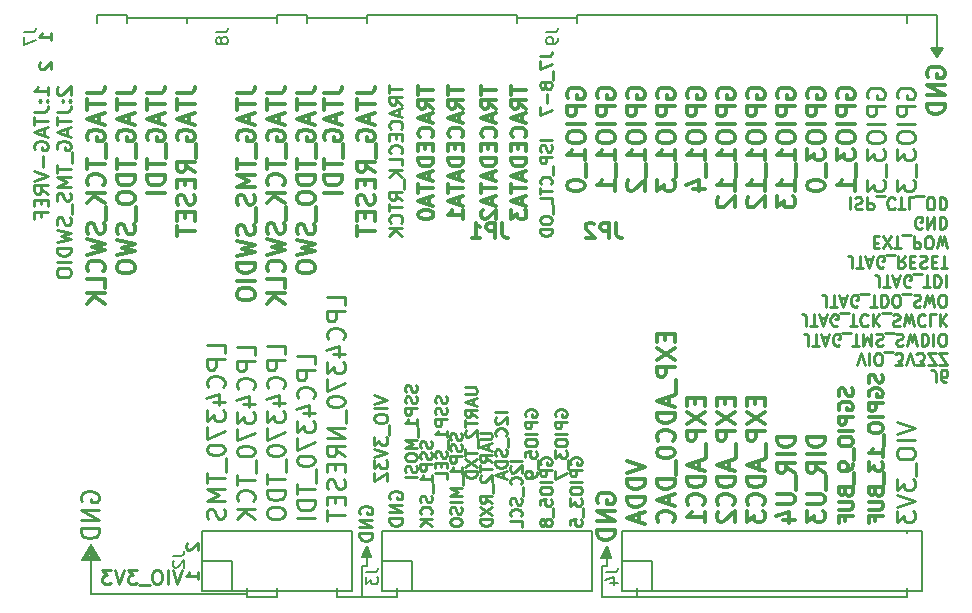
<source format=gbo>
G04 #@! TF.FileFunction,Legend,Bot*
%FSLAX46Y46*%
G04 Gerber Fmt 4.6, Leading zero omitted, Abs format (unit mm)*
G04 Created by KiCad (PCBNEW (after 2015-mar-04 BZR unknown)-product) date 2015年08月08日土曜日 05:56:36*
%MOMM*%
G01*
G04 APERTURE LIST*
%ADD10C,0.100000*%
%ADD11C,0.250000*%
%ADD12C,0.300000*%
%ADD13C,0.200000*%
%ADD14C,0.275000*%
%ADD15C,0.150000*%
%ADD16R,2.127200X2.127200*%
%ADD17O,2.127200X2.127200*%
G04 APERTURE END LIST*
D10*
D11*
X31454000Y8610286D02*
X31401619Y8715048D01*
X31401619Y8872191D01*
X31454000Y9029333D01*
X31558762Y9134095D01*
X31663524Y9186476D01*
X31873048Y9238857D01*
X32030190Y9238857D01*
X32239714Y9186476D01*
X32344476Y9134095D01*
X32449238Y9029333D01*
X32501619Y8872191D01*
X32501619Y8767429D01*
X32449238Y8610286D01*
X32396857Y8557905D01*
X32030190Y8557905D01*
X32030190Y8767429D01*
X32501619Y8086476D02*
X31401619Y8086476D01*
X32501619Y7457905D01*
X31401619Y7457905D01*
X32501619Y6934095D02*
X31401619Y6934095D01*
X31401619Y6672190D01*
X31454000Y6515048D01*
X31558762Y6410286D01*
X31663524Y6357905D01*
X31873048Y6305524D01*
X32030190Y6305524D01*
X32239714Y6357905D01*
X32344476Y6410286D01*
X32449238Y6515048D01*
X32501619Y6672190D01*
X32501619Y6934095D01*
D12*
X49034000Y8254572D02*
X48962571Y8397429D01*
X48962571Y8611715D01*
X49034000Y8826000D01*
X49176857Y8968858D01*
X49319714Y9040286D01*
X49605429Y9111715D01*
X49819714Y9111715D01*
X50105429Y9040286D01*
X50248286Y8968858D01*
X50391143Y8826000D01*
X50462571Y8611715D01*
X50462571Y8468858D01*
X50391143Y8254572D01*
X50319714Y8183143D01*
X49819714Y8183143D01*
X49819714Y8468858D01*
X50462571Y7540286D02*
X48962571Y7540286D01*
X50462571Y6683143D01*
X48962571Y6683143D01*
X50462571Y5968857D02*
X48962571Y5968857D01*
X48962571Y5611714D01*
X49034000Y5397429D01*
X49176857Y5254571D01*
X49319714Y5183143D01*
X49605429Y5111714D01*
X49819714Y5111714D01*
X50105429Y5183143D01*
X50248286Y5254571D01*
X50391143Y5397429D01*
X50462571Y5611714D01*
X50462571Y5968857D01*
D13*
X49657000Y3810000D02*
X50038000Y3683000D01*
X49657000Y4191000D02*
X49657000Y3810000D01*
X49403000Y3683000D02*
X49657000Y4191000D01*
X49784000Y3683000D02*
X49403000Y3683000D01*
X49911000Y3683000D02*
X49784000Y3683000D01*
X49784000Y4064000D02*
X49911000Y3683000D01*
X50165000Y3556000D02*
X49784000Y4572000D01*
X49276000Y3556000D02*
X50165000Y3556000D01*
X49784000Y4572000D02*
X49276000Y3556000D01*
X49784000Y4064000D02*
X49784000Y4572000D01*
X49784000Y2921000D02*
X49784000Y4064000D01*
X49403000Y2921000D02*
X49784000Y2921000D01*
X49403000Y254000D02*
X49403000Y2921000D01*
X52324000Y254000D02*
X49403000Y254000D01*
D11*
X28914000Y7340286D02*
X28861619Y7445048D01*
X28861619Y7602191D01*
X28914000Y7759333D01*
X29018762Y7864095D01*
X29123524Y7916476D01*
X29333048Y7968857D01*
X29490190Y7968857D01*
X29699714Y7916476D01*
X29804476Y7864095D01*
X29909238Y7759333D01*
X29961619Y7602191D01*
X29961619Y7497429D01*
X29909238Y7340286D01*
X29856857Y7287905D01*
X29490190Y7287905D01*
X29490190Y7497429D01*
X29961619Y6816476D02*
X28861619Y6816476D01*
X29961619Y6187905D01*
X28861619Y6187905D01*
X29961619Y5664095D02*
X28861619Y5664095D01*
X28861619Y5402190D01*
X28914000Y5245048D01*
X29018762Y5140286D01*
X29123524Y5087905D01*
X29333048Y5035524D01*
X29490190Y5035524D01*
X29699714Y5087905D01*
X29804476Y5140286D01*
X29909238Y5245048D01*
X29961619Y5402190D01*
X29961619Y5664095D01*
D13*
X29718000Y3810000D02*
X29210000Y3810000D01*
X29464000Y4191000D02*
X29591000Y3810000D01*
X29337000Y4191000D02*
X29337000Y3810000D01*
X29845000Y3683000D02*
X29464000Y4572000D01*
X29083000Y3683000D02*
X29845000Y3683000D01*
X29464000Y4572000D02*
X29083000Y3683000D01*
X29464000Y2921000D02*
X29464000Y4572000D01*
X29083000Y2921000D02*
X29464000Y2921000D01*
X29083000Y254000D02*
X29083000Y2921000D01*
D11*
X5346000Y8381572D02*
X5274571Y8524429D01*
X5274571Y8738715D01*
X5346000Y8953000D01*
X5488857Y9095858D01*
X5631714Y9167286D01*
X5917429Y9238715D01*
X6131714Y9238715D01*
X6417429Y9167286D01*
X6560286Y9095858D01*
X6703143Y8953000D01*
X6774571Y8738715D01*
X6774571Y8595858D01*
X6703143Y8381572D01*
X6631714Y8310143D01*
X6131714Y8310143D01*
X6131714Y8595858D01*
X6774571Y7667286D02*
X5274571Y7667286D01*
X6774571Y6810143D01*
X5274571Y6810143D01*
X6774571Y6095857D02*
X5274571Y6095857D01*
X5274571Y5738714D01*
X5346000Y5524429D01*
X5488857Y5381571D01*
X5631714Y5310143D01*
X5917429Y5238714D01*
X6131714Y5238714D01*
X6417429Y5310143D01*
X6560286Y5381571D01*
X6703143Y5524429D01*
X6774571Y5738714D01*
X6774571Y6095857D01*
D13*
X6350000Y3810000D02*
X6223000Y3810000D01*
X5969000Y3683000D02*
X6350000Y3810000D01*
X6477000Y3556000D02*
X5969000Y3683000D01*
X6096000Y4064000D02*
X6477000Y3556000D01*
X5715000Y3556000D02*
X6096000Y4064000D01*
X6604000Y3556000D02*
X5715000Y3556000D01*
X6096000Y4318000D02*
X6604000Y3556000D01*
X5334000Y3429000D02*
X6096000Y4318000D01*
X5588000Y3429000D02*
X5334000Y3429000D01*
X5334000Y3429000D02*
X6096000Y4699000D01*
X5461000Y3429000D02*
X6096000Y4699000D01*
X6858000Y3429000D02*
X5461000Y3429000D01*
X6096000Y4699000D02*
X6858000Y3429000D01*
X6096000Y3175000D02*
X6096000Y3048000D01*
X6096000Y4699000D02*
X6096000Y3175000D01*
X6096000Y508000D02*
X6096000Y3048000D01*
X19304000Y508000D02*
X6096000Y508000D01*
X32004000Y254000D02*
X27051000Y254000D01*
X26924000Y1016000D02*
X26924000Y254000D01*
X21844000Y254000D02*
X21844000Y1016000D01*
X19304000Y254000D02*
X21844000Y254000D01*
X19304000Y1016000D02*
X19304000Y254000D01*
X32004000Y1016000D02*
X32004000Y254000D01*
X52324000Y254000D02*
X52324000Y1016000D01*
X57277000Y254000D02*
X52324000Y254000D01*
X67818000Y254000D02*
X57277000Y254000D01*
X75184000Y254000D02*
X67818000Y254000D01*
X75184000Y1016000D02*
X75184000Y254000D01*
D11*
X14279619Y4825810D02*
X14232000Y4778191D01*
X14184381Y4682953D01*
X14184381Y4444857D01*
X14232000Y4349619D01*
X14279619Y4302000D01*
X14374857Y4254381D01*
X14470095Y4254381D01*
X14612952Y4302000D01*
X15184381Y4873429D01*
X15184381Y4254381D01*
X15184381Y1778190D02*
X15184381Y2349619D01*
X15184381Y2063905D02*
X14184381Y2063905D01*
X14327238Y2159143D01*
X14422476Y2254381D01*
X14470095Y2349619D01*
X2738381Y47434381D02*
X2738381Y48005810D01*
X2738381Y47720096D02*
X1738381Y47720096D01*
X1881238Y47815334D01*
X1976476Y47910572D01*
X2024095Y48005810D01*
X1833619Y45529619D02*
X1786000Y45482000D01*
X1738381Y45386762D01*
X1738381Y45148666D01*
X1786000Y45053428D01*
X1833619Y45005809D01*
X1928857Y44958190D01*
X2024095Y44958190D01*
X2166952Y45005809D01*
X2738381Y45577238D01*
X2738381Y44958190D01*
D13*
X77533500Y46609000D02*
X77381100Y46647100D01*
X77571600Y46329600D02*
X77533500Y46609000D01*
X77812900Y46469300D02*
X77571600Y46329600D01*
X77863700Y46609000D02*
X77812900Y46469300D01*
X77724000Y46736000D02*
X77863700Y46609000D01*
X77470000Y46482000D02*
X77724000Y46736000D01*
X77724000Y46482000D02*
X77470000Y46482000D01*
X77724000Y46228000D02*
X77724000Y46482000D01*
X77978000Y46482000D02*
X77724000Y46228000D01*
X77978000Y46736000D02*
X77978000Y46482000D01*
X77470000Y46736000D02*
X77978000Y46736000D01*
X77470000Y46736000D02*
X77978000Y46736000D01*
X78232000Y46736000D02*
X77724000Y45974000D01*
X77216000Y46736000D02*
X78232000Y46736000D01*
X77724000Y45974000D02*
X77216000Y46736000D01*
X77724000Y49530000D02*
X77724000Y45974000D01*
X75184000Y49530000D02*
X77724000Y49530000D01*
D11*
X77644667Y18502381D02*
X77644667Y19216667D01*
X77597047Y19359524D01*
X77501809Y19454762D01*
X77358952Y19502381D01*
X77263714Y19502381D01*
X78549429Y18502381D02*
X78358952Y18502381D01*
X78263714Y18550000D01*
X78216095Y18597619D01*
X78120857Y18740476D01*
X78073238Y18930952D01*
X78073238Y19311905D01*
X78120857Y19407143D01*
X78168476Y19454762D01*
X78263714Y19502381D01*
X78454191Y19502381D01*
X78549429Y19454762D01*
X78597048Y19407143D01*
X78644667Y19311905D01*
X78644667Y19073810D01*
X78597048Y18978571D01*
X78549429Y18930952D01*
X78454191Y18883333D01*
X78263714Y18883333D01*
X78168476Y18930952D01*
X78120857Y18978571D01*
X78073238Y19073810D01*
X71025714Y19903381D02*
X71359047Y20903381D01*
X71692381Y19903381D01*
X72025714Y20903381D02*
X72025714Y19903381D01*
X72692380Y19903381D02*
X72882857Y19903381D01*
X72978095Y19951000D01*
X73073333Y20046238D01*
X73120952Y20236714D01*
X73120952Y20570048D01*
X73073333Y20760524D01*
X72978095Y20855762D01*
X72882857Y20903381D01*
X72692380Y20903381D01*
X72597142Y20855762D01*
X72501904Y20760524D01*
X72454285Y20570048D01*
X72454285Y20236714D01*
X72501904Y20046238D01*
X72597142Y19951000D01*
X72692380Y19903381D01*
X73311428Y20998619D02*
X74073333Y20998619D01*
X74216190Y19903381D02*
X74835238Y19903381D01*
X74501904Y20284333D01*
X74644762Y20284333D01*
X74740000Y20331952D01*
X74787619Y20379571D01*
X74835238Y20474810D01*
X74835238Y20712905D01*
X74787619Y20808143D01*
X74740000Y20855762D01*
X74644762Y20903381D01*
X74359047Y20903381D01*
X74263809Y20855762D01*
X74216190Y20808143D01*
X75120952Y19903381D02*
X75454285Y20903381D01*
X75787619Y19903381D01*
X76025714Y19903381D02*
X76644762Y19903381D01*
X76311428Y20284333D01*
X76454286Y20284333D01*
X76549524Y20331952D01*
X76597143Y20379571D01*
X76644762Y20474810D01*
X76644762Y20712905D01*
X76597143Y20808143D01*
X76549524Y20855762D01*
X76454286Y20903381D01*
X76168571Y20903381D01*
X76073333Y20855762D01*
X76025714Y20808143D01*
X76978095Y19903381D02*
X77644762Y19903381D01*
X76978095Y20903381D01*
X77644762Y20903381D01*
X77930476Y19903381D02*
X78597143Y19903381D01*
X77930476Y20903381D01*
X78597143Y20903381D01*
X66882857Y21553381D02*
X66882857Y22267667D01*
X66835237Y22410524D01*
X66739999Y22505762D01*
X66597142Y22553381D01*
X66501904Y22553381D01*
X67216190Y21553381D02*
X67787619Y21553381D01*
X67501904Y22553381D02*
X67501904Y21553381D01*
X68073333Y22267667D02*
X68549524Y22267667D01*
X67978095Y22553381D02*
X68311428Y21553381D01*
X68644762Y22553381D01*
X69501905Y21601000D02*
X69406667Y21553381D01*
X69263810Y21553381D01*
X69120952Y21601000D01*
X69025714Y21696238D01*
X68978095Y21791476D01*
X68930476Y21981952D01*
X68930476Y22124810D01*
X68978095Y22315286D01*
X69025714Y22410524D01*
X69120952Y22505762D01*
X69263810Y22553381D01*
X69359048Y22553381D01*
X69501905Y22505762D01*
X69549524Y22458143D01*
X69549524Y22124810D01*
X69359048Y22124810D01*
X69740000Y22648619D02*
X70501905Y22648619D01*
X70597143Y21553381D02*
X71168572Y21553381D01*
X70882857Y22553381D02*
X70882857Y21553381D01*
X71501905Y22553381D02*
X71501905Y21553381D01*
X71835239Y22267667D01*
X72168572Y21553381D01*
X72168572Y22553381D01*
X72597143Y22505762D02*
X72740000Y22553381D01*
X72978096Y22553381D01*
X73073334Y22505762D01*
X73120953Y22458143D01*
X73168572Y22362905D01*
X73168572Y22267667D01*
X73120953Y22172429D01*
X73073334Y22124810D01*
X72978096Y22077190D01*
X72787619Y22029571D01*
X72692381Y21981952D01*
X72644762Y21934333D01*
X72597143Y21839095D01*
X72597143Y21743857D01*
X72644762Y21648619D01*
X72692381Y21601000D01*
X72787619Y21553381D01*
X73025715Y21553381D01*
X73168572Y21601000D01*
X73359048Y22648619D02*
X74120953Y22648619D01*
X74311429Y22505762D02*
X74454286Y22553381D01*
X74692382Y22553381D01*
X74787620Y22505762D01*
X74835239Y22458143D01*
X74882858Y22362905D01*
X74882858Y22267667D01*
X74835239Y22172429D01*
X74787620Y22124810D01*
X74692382Y22077190D01*
X74501905Y22029571D01*
X74406667Y21981952D01*
X74359048Y21934333D01*
X74311429Y21839095D01*
X74311429Y21743857D01*
X74359048Y21648619D01*
X74406667Y21601000D01*
X74501905Y21553381D01*
X74740001Y21553381D01*
X74882858Y21601000D01*
X75216191Y21553381D02*
X75454286Y22553381D01*
X75644763Y21839095D01*
X75835239Y22553381D01*
X76073334Y21553381D01*
X76454286Y22553381D02*
X76454286Y21553381D01*
X76692381Y21553381D01*
X76835239Y21601000D01*
X76930477Y21696238D01*
X76978096Y21791476D01*
X77025715Y21981952D01*
X77025715Y22124810D01*
X76978096Y22315286D01*
X76930477Y22410524D01*
X76835239Y22505762D01*
X76692381Y22553381D01*
X76454286Y22553381D01*
X77454286Y22553381D02*
X77454286Y21553381D01*
X78120952Y21553381D02*
X78311429Y21553381D01*
X78406667Y21601000D01*
X78501905Y21696238D01*
X78549524Y21886714D01*
X78549524Y22220048D01*
X78501905Y22410524D01*
X78406667Y22505762D01*
X78311429Y22553381D01*
X78120952Y22553381D01*
X78025714Y22505762D01*
X77930476Y22410524D01*
X77882857Y22220048D01*
X77882857Y21886714D01*
X77930476Y21696238D01*
X78025714Y21601000D01*
X78120952Y21553381D01*
X66692380Y23203381D02*
X66692380Y23917667D01*
X66644760Y24060524D01*
X66549522Y24155762D01*
X66406665Y24203381D01*
X66311427Y24203381D01*
X67025713Y23203381D02*
X67597142Y23203381D01*
X67311427Y24203381D02*
X67311427Y23203381D01*
X67882856Y23917667D02*
X68359047Y23917667D01*
X67787618Y24203381D02*
X68120951Y23203381D01*
X68454285Y24203381D01*
X69311428Y23251000D02*
X69216190Y23203381D01*
X69073333Y23203381D01*
X68930475Y23251000D01*
X68835237Y23346238D01*
X68787618Y23441476D01*
X68739999Y23631952D01*
X68739999Y23774810D01*
X68787618Y23965286D01*
X68835237Y24060524D01*
X68930475Y24155762D01*
X69073333Y24203381D01*
X69168571Y24203381D01*
X69311428Y24155762D01*
X69359047Y24108143D01*
X69359047Y23774810D01*
X69168571Y23774810D01*
X69549523Y24298619D02*
X70311428Y24298619D01*
X70406666Y23203381D02*
X70978095Y23203381D01*
X70692380Y24203381D02*
X70692380Y23203381D01*
X71882857Y24108143D02*
X71835238Y24155762D01*
X71692381Y24203381D01*
X71597143Y24203381D01*
X71454285Y24155762D01*
X71359047Y24060524D01*
X71311428Y23965286D01*
X71263809Y23774810D01*
X71263809Y23631952D01*
X71311428Y23441476D01*
X71359047Y23346238D01*
X71454285Y23251000D01*
X71597143Y23203381D01*
X71692381Y23203381D01*
X71835238Y23251000D01*
X71882857Y23298619D01*
X72311428Y24203381D02*
X72311428Y23203381D01*
X72882857Y24203381D02*
X72454285Y23631952D01*
X72882857Y23203381D02*
X72311428Y23774810D01*
X73073333Y24298619D02*
X73835238Y24298619D01*
X74025714Y24155762D02*
X74168571Y24203381D01*
X74406667Y24203381D01*
X74501905Y24155762D01*
X74549524Y24108143D01*
X74597143Y24012905D01*
X74597143Y23917667D01*
X74549524Y23822429D01*
X74501905Y23774810D01*
X74406667Y23727190D01*
X74216190Y23679571D01*
X74120952Y23631952D01*
X74073333Y23584333D01*
X74025714Y23489095D01*
X74025714Y23393857D01*
X74073333Y23298619D01*
X74120952Y23251000D01*
X74216190Y23203381D01*
X74454286Y23203381D01*
X74597143Y23251000D01*
X74930476Y23203381D02*
X75168571Y24203381D01*
X75359048Y23489095D01*
X75549524Y24203381D01*
X75787619Y23203381D01*
X76740000Y24108143D02*
X76692381Y24155762D01*
X76549524Y24203381D01*
X76454286Y24203381D01*
X76311428Y24155762D01*
X76216190Y24060524D01*
X76168571Y23965286D01*
X76120952Y23774810D01*
X76120952Y23631952D01*
X76168571Y23441476D01*
X76216190Y23346238D01*
X76311428Y23251000D01*
X76454286Y23203381D01*
X76549524Y23203381D01*
X76692381Y23251000D01*
X76740000Y23298619D01*
X77644762Y24203381D02*
X77168571Y24203381D01*
X77168571Y23203381D01*
X77978095Y24203381D02*
X77978095Y23203381D01*
X78549524Y24203381D02*
X78120952Y23631952D01*
X78549524Y23203381D02*
X77978095Y23774810D01*
X68406666Y24853381D02*
X68406666Y25567667D01*
X68359046Y25710524D01*
X68263808Y25805762D01*
X68120951Y25853381D01*
X68025713Y25853381D01*
X68739999Y24853381D02*
X69311428Y24853381D01*
X69025713Y25853381D02*
X69025713Y24853381D01*
X69597142Y25567667D02*
X70073333Y25567667D01*
X69501904Y25853381D02*
X69835237Y24853381D01*
X70168571Y25853381D01*
X71025714Y24901000D02*
X70930476Y24853381D01*
X70787619Y24853381D01*
X70644761Y24901000D01*
X70549523Y24996238D01*
X70501904Y25091476D01*
X70454285Y25281952D01*
X70454285Y25424810D01*
X70501904Y25615286D01*
X70549523Y25710524D01*
X70644761Y25805762D01*
X70787619Y25853381D01*
X70882857Y25853381D01*
X71025714Y25805762D01*
X71073333Y25758143D01*
X71073333Y25424810D01*
X70882857Y25424810D01*
X71263809Y25948619D02*
X72025714Y25948619D01*
X72120952Y24853381D02*
X72692381Y24853381D01*
X72406666Y25853381D02*
X72406666Y24853381D01*
X73025714Y25853381D02*
X73025714Y24853381D01*
X73263809Y24853381D01*
X73406667Y24901000D01*
X73501905Y24996238D01*
X73549524Y25091476D01*
X73597143Y25281952D01*
X73597143Y25424810D01*
X73549524Y25615286D01*
X73501905Y25710524D01*
X73406667Y25805762D01*
X73263809Y25853381D01*
X73025714Y25853381D01*
X74216190Y24853381D02*
X74406667Y24853381D01*
X74501905Y24901000D01*
X74597143Y24996238D01*
X74644762Y25186714D01*
X74644762Y25520048D01*
X74597143Y25710524D01*
X74501905Y25805762D01*
X74406667Y25853381D01*
X74216190Y25853381D01*
X74120952Y25805762D01*
X74025714Y25710524D01*
X73978095Y25520048D01*
X73978095Y25186714D01*
X74025714Y24996238D01*
X74120952Y24901000D01*
X74216190Y24853381D01*
X74835238Y25948619D02*
X75597143Y25948619D01*
X75787619Y25805762D02*
X75930476Y25853381D01*
X76168572Y25853381D01*
X76263810Y25805762D01*
X76311429Y25758143D01*
X76359048Y25662905D01*
X76359048Y25567667D01*
X76311429Y25472429D01*
X76263810Y25424810D01*
X76168572Y25377190D01*
X75978095Y25329571D01*
X75882857Y25281952D01*
X75835238Y25234333D01*
X75787619Y25139095D01*
X75787619Y25043857D01*
X75835238Y24948619D01*
X75882857Y24901000D01*
X75978095Y24853381D01*
X76216191Y24853381D01*
X76359048Y24901000D01*
X76692381Y24853381D02*
X76930476Y25853381D01*
X77120953Y25139095D01*
X77311429Y25853381D01*
X77549524Y24853381D01*
X78120952Y24853381D02*
X78311429Y24853381D01*
X78406667Y24901000D01*
X78501905Y24996238D01*
X78549524Y25186714D01*
X78549524Y25520048D01*
X78501905Y25710524D01*
X78406667Y25805762D01*
X78311429Y25853381D01*
X78120952Y25853381D01*
X78025714Y25805762D01*
X77930476Y25710524D01*
X77882857Y25520048D01*
X77882857Y25186714D01*
X77930476Y24996238D01*
X78025714Y24901000D01*
X78120952Y24853381D01*
X72882857Y26503381D02*
X72882857Y27217667D01*
X72835237Y27360524D01*
X72739999Y27455762D01*
X72597142Y27503381D01*
X72501904Y27503381D01*
X73216190Y26503381D02*
X73787619Y26503381D01*
X73501904Y27503381D02*
X73501904Y26503381D01*
X74073333Y27217667D02*
X74549524Y27217667D01*
X73978095Y27503381D02*
X74311428Y26503381D01*
X74644762Y27503381D01*
X75501905Y26551000D02*
X75406667Y26503381D01*
X75263810Y26503381D01*
X75120952Y26551000D01*
X75025714Y26646238D01*
X74978095Y26741476D01*
X74930476Y26931952D01*
X74930476Y27074810D01*
X74978095Y27265286D01*
X75025714Y27360524D01*
X75120952Y27455762D01*
X75263810Y27503381D01*
X75359048Y27503381D01*
X75501905Y27455762D01*
X75549524Y27408143D01*
X75549524Y27074810D01*
X75359048Y27074810D01*
X75740000Y27598619D02*
X76501905Y27598619D01*
X76597143Y26503381D02*
X77168572Y26503381D01*
X76882857Y27503381D02*
X76882857Y26503381D01*
X77501905Y27503381D02*
X77501905Y26503381D01*
X77740000Y26503381D01*
X77882858Y26551000D01*
X77978096Y26646238D01*
X78025715Y26741476D01*
X78073334Y26931952D01*
X78073334Y27074810D01*
X78025715Y27265286D01*
X77978096Y27360524D01*
X77882858Y27455762D01*
X77740000Y27503381D01*
X77501905Y27503381D01*
X78501905Y27503381D02*
X78501905Y26503381D01*
X70597142Y28153381D02*
X70597142Y28867667D01*
X70549522Y29010524D01*
X70454284Y29105762D01*
X70311427Y29153381D01*
X70216189Y29153381D01*
X70930475Y28153381D02*
X71501904Y28153381D01*
X71216189Y29153381D02*
X71216189Y28153381D01*
X71787618Y28867667D02*
X72263809Y28867667D01*
X71692380Y29153381D02*
X72025713Y28153381D01*
X72359047Y29153381D01*
X73216190Y28201000D02*
X73120952Y28153381D01*
X72978095Y28153381D01*
X72835237Y28201000D01*
X72739999Y28296238D01*
X72692380Y28391476D01*
X72644761Y28581952D01*
X72644761Y28724810D01*
X72692380Y28915286D01*
X72739999Y29010524D01*
X72835237Y29105762D01*
X72978095Y29153381D01*
X73073333Y29153381D01*
X73216190Y29105762D01*
X73263809Y29058143D01*
X73263809Y28724810D01*
X73073333Y28724810D01*
X73454285Y29248619D02*
X74216190Y29248619D01*
X75025714Y29153381D02*
X74692380Y28677190D01*
X74454285Y29153381D02*
X74454285Y28153381D01*
X74835238Y28153381D01*
X74930476Y28201000D01*
X74978095Y28248619D01*
X75025714Y28343857D01*
X75025714Y28486714D01*
X74978095Y28581952D01*
X74930476Y28629571D01*
X74835238Y28677190D01*
X74454285Y28677190D01*
X75454285Y28629571D02*
X75787619Y28629571D01*
X75930476Y29153381D02*
X75454285Y29153381D01*
X75454285Y28153381D01*
X75930476Y28153381D01*
X76311428Y29105762D02*
X76454285Y29153381D01*
X76692381Y29153381D01*
X76787619Y29105762D01*
X76835238Y29058143D01*
X76882857Y28962905D01*
X76882857Y28867667D01*
X76835238Y28772429D01*
X76787619Y28724810D01*
X76692381Y28677190D01*
X76501904Y28629571D01*
X76406666Y28581952D01*
X76359047Y28534333D01*
X76311428Y28439095D01*
X76311428Y28343857D01*
X76359047Y28248619D01*
X76406666Y28201000D01*
X76501904Y28153381D01*
X76740000Y28153381D01*
X76882857Y28201000D01*
X77311428Y28629571D02*
X77644762Y28629571D01*
X77787619Y29153381D02*
X77311428Y29153381D01*
X77311428Y28153381D01*
X77787619Y28153381D01*
X78073333Y28153381D02*
X78644762Y28153381D01*
X78359047Y29153381D02*
X78359047Y28153381D01*
X72406666Y30279571D02*
X72740000Y30279571D01*
X72882857Y30803381D02*
X72406666Y30803381D01*
X72406666Y29803381D01*
X72882857Y29803381D01*
X73216190Y29803381D02*
X73882857Y30803381D01*
X73882857Y29803381D02*
X73216190Y30803381D01*
X74120952Y29803381D02*
X74692381Y29803381D01*
X74406666Y30803381D02*
X74406666Y29803381D01*
X74787619Y30898619D02*
X75549524Y30898619D01*
X75787619Y30803381D02*
X75787619Y29803381D01*
X76168572Y29803381D01*
X76263810Y29851000D01*
X76311429Y29898619D01*
X76359048Y29993857D01*
X76359048Y30136714D01*
X76311429Y30231952D01*
X76263810Y30279571D01*
X76168572Y30327190D01*
X75787619Y30327190D01*
X76978095Y29803381D02*
X77168572Y29803381D01*
X77263810Y29851000D01*
X77359048Y29946238D01*
X77406667Y30136714D01*
X77406667Y30470048D01*
X77359048Y30660524D01*
X77263810Y30755762D01*
X77168572Y30803381D01*
X76978095Y30803381D01*
X76882857Y30755762D01*
X76787619Y30660524D01*
X76740000Y30470048D01*
X76740000Y30136714D01*
X76787619Y29946238D01*
X76882857Y29851000D01*
X76978095Y29803381D01*
X77740000Y29803381D02*
X77978095Y30803381D01*
X78168572Y30089095D01*
X78359048Y30803381D01*
X78597143Y29803381D01*
X76454286Y31501000D02*
X76359048Y31453381D01*
X76216191Y31453381D01*
X76073333Y31501000D01*
X75978095Y31596238D01*
X75930476Y31691476D01*
X75882857Y31881952D01*
X75882857Y32024810D01*
X75930476Y32215286D01*
X75978095Y32310524D01*
X76073333Y32405762D01*
X76216191Y32453381D01*
X76311429Y32453381D01*
X76454286Y32405762D01*
X76501905Y32358143D01*
X76501905Y32024810D01*
X76311429Y32024810D01*
X76930476Y32453381D02*
X76930476Y31453381D01*
X77501905Y32453381D01*
X77501905Y31453381D01*
X77978095Y32453381D02*
X77978095Y31453381D01*
X78216190Y31453381D01*
X78359048Y31501000D01*
X78454286Y31596238D01*
X78501905Y31691476D01*
X78549524Y31881952D01*
X78549524Y32024810D01*
X78501905Y32215286D01*
X78454286Y32310524D01*
X78359048Y32405762D01*
X78216190Y32453381D01*
X77978095Y32453381D01*
X70406666Y34103381D02*
X70406666Y33103381D01*
X70835237Y34055762D02*
X70978094Y34103381D01*
X71216190Y34103381D01*
X71311428Y34055762D01*
X71359047Y34008143D01*
X71406666Y33912905D01*
X71406666Y33817667D01*
X71359047Y33722429D01*
X71311428Y33674810D01*
X71216190Y33627190D01*
X71025713Y33579571D01*
X70930475Y33531952D01*
X70882856Y33484333D01*
X70835237Y33389095D01*
X70835237Y33293857D01*
X70882856Y33198619D01*
X70930475Y33151000D01*
X71025713Y33103381D01*
X71263809Y33103381D01*
X71406666Y33151000D01*
X71835237Y34103381D02*
X71835237Y33103381D01*
X72216190Y33103381D01*
X72311428Y33151000D01*
X72359047Y33198619D01*
X72406666Y33293857D01*
X72406666Y33436714D01*
X72359047Y33531952D01*
X72311428Y33579571D01*
X72216190Y33627190D01*
X71835237Y33627190D01*
X72597142Y34198619D02*
X73359047Y34198619D01*
X74168571Y34008143D02*
X74120952Y34055762D01*
X73978095Y34103381D01*
X73882857Y34103381D01*
X73739999Y34055762D01*
X73644761Y33960524D01*
X73597142Y33865286D01*
X73549523Y33674810D01*
X73549523Y33531952D01*
X73597142Y33341476D01*
X73644761Y33246238D01*
X73739999Y33151000D01*
X73882857Y33103381D01*
X73978095Y33103381D01*
X74120952Y33151000D01*
X74168571Y33198619D01*
X74454285Y33103381D02*
X75025714Y33103381D01*
X74739999Y34103381D02*
X74739999Y33103381D01*
X75835238Y34103381D02*
X75359047Y34103381D01*
X75359047Y33103381D01*
X75930476Y34198619D02*
X76692381Y34198619D01*
X77120952Y33103381D02*
X77311429Y33103381D01*
X77406667Y33151000D01*
X77501905Y33246238D01*
X77549524Y33436714D01*
X77549524Y33770048D01*
X77501905Y33960524D01*
X77406667Y34055762D01*
X77311429Y34103381D01*
X77120952Y34103381D01*
X77025714Y34055762D01*
X76930476Y33960524D01*
X76882857Y33770048D01*
X76882857Y33436714D01*
X76930476Y33246238D01*
X77025714Y33151000D01*
X77120952Y33103381D01*
X77978095Y34103381D02*
X77978095Y33103381D01*
X78216190Y33103381D01*
X78359048Y33151000D01*
X78454286Y33246238D01*
X78501905Y33341476D01*
X78549524Y33531952D01*
X78549524Y33674810D01*
X78501905Y33865286D01*
X78454286Y33960524D01*
X78359048Y34055762D01*
X78216190Y34103381D01*
X77978095Y34103381D01*
X13842571Y2562143D02*
X13442571Y1362143D01*
X13042571Y2562143D01*
X12642572Y1362143D02*
X12642572Y2562143D01*
X11842571Y2562143D02*
X11614000Y2562143D01*
X11499714Y2505000D01*
X11385428Y2390714D01*
X11328286Y2162143D01*
X11328286Y1762143D01*
X11385428Y1533571D01*
X11499714Y1419286D01*
X11614000Y1362143D01*
X11842571Y1362143D01*
X11956857Y1419286D01*
X12071143Y1533571D01*
X12128286Y1762143D01*
X12128286Y2162143D01*
X12071143Y2390714D01*
X11956857Y2505000D01*
X11842571Y2562143D01*
X11099714Y1247857D02*
X10185428Y1247857D01*
X10013999Y2562143D02*
X9271142Y2562143D01*
X9671142Y2105000D01*
X9499714Y2105000D01*
X9385428Y2047857D01*
X9328285Y1990714D01*
X9271142Y1876429D01*
X9271142Y1590714D01*
X9328285Y1476429D01*
X9385428Y1419286D01*
X9499714Y1362143D01*
X9842571Y1362143D01*
X9956857Y1419286D01*
X10013999Y1476429D01*
X8928285Y2562143D02*
X8528285Y1362143D01*
X8128285Y2562143D01*
X7842571Y2562143D02*
X7099714Y2562143D01*
X7499714Y2105000D01*
X7328286Y2105000D01*
X7214000Y2047857D01*
X7156857Y1990714D01*
X7099714Y1876429D01*
X7099714Y1590714D01*
X7156857Y1476429D01*
X7214000Y1419286D01*
X7328286Y1362143D01*
X7671143Y1362143D01*
X7785429Y1419286D01*
X7842571Y1476429D01*
X27602571Y24961141D02*
X27602571Y25675427D01*
X26102571Y25675427D01*
X27602571Y24461141D02*
X26102571Y24461141D01*
X26102571Y23889713D01*
X26174000Y23746855D01*
X26245429Y23675427D01*
X26388286Y23603998D01*
X26602571Y23603998D01*
X26745429Y23675427D01*
X26816857Y23746855D01*
X26888286Y23889713D01*
X26888286Y24461141D01*
X27459714Y22103998D02*
X27531143Y22175427D01*
X27602571Y22389713D01*
X27602571Y22532570D01*
X27531143Y22746855D01*
X27388286Y22889713D01*
X27245429Y22961141D01*
X26959714Y23032570D01*
X26745429Y23032570D01*
X26459714Y22961141D01*
X26316857Y22889713D01*
X26174000Y22746855D01*
X26102571Y22532570D01*
X26102571Y22389713D01*
X26174000Y22175427D01*
X26245429Y22103998D01*
X26602571Y20818284D02*
X27602571Y20818284D01*
X26031143Y21175427D02*
X27102571Y21532570D01*
X27102571Y20603998D01*
X26102571Y20175427D02*
X26102571Y19246856D01*
X26674000Y19746856D01*
X26674000Y19532570D01*
X26745429Y19389713D01*
X26816857Y19318284D01*
X26959714Y19246856D01*
X27316857Y19246856D01*
X27459714Y19318284D01*
X27531143Y19389713D01*
X27602571Y19532570D01*
X27602571Y19961142D01*
X27531143Y20103999D01*
X27459714Y20175427D01*
X26102571Y18746856D02*
X26102571Y17746856D01*
X27602571Y18389713D01*
X26102571Y16889714D02*
X26102571Y16746857D01*
X26174000Y16604000D01*
X26245429Y16532571D01*
X26388286Y16461142D01*
X26674000Y16389714D01*
X27031143Y16389714D01*
X27316857Y16461142D01*
X27459714Y16532571D01*
X27531143Y16604000D01*
X27602571Y16746857D01*
X27602571Y16889714D01*
X27531143Y17032571D01*
X27459714Y17104000D01*
X27316857Y17175428D01*
X27031143Y17246857D01*
X26674000Y17246857D01*
X26388286Y17175428D01*
X26245429Y17104000D01*
X26174000Y17032571D01*
X26102571Y16889714D01*
X27745429Y16104000D02*
X27745429Y14961143D01*
X27602571Y14604000D02*
X26102571Y14604000D01*
X27602571Y13746857D01*
X26102571Y13746857D01*
X27602571Y12175428D02*
X26888286Y12675428D01*
X27602571Y13032571D02*
X26102571Y13032571D01*
X26102571Y12461143D01*
X26174000Y12318285D01*
X26245429Y12246857D01*
X26388286Y12175428D01*
X26602571Y12175428D01*
X26745429Y12246857D01*
X26816857Y12318285D01*
X26888286Y12461143D01*
X26888286Y13032571D01*
X26816857Y11532571D02*
X26816857Y11032571D01*
X27602571Y10818285D02*
X27602571Y11532571D01*
X26102571Y11532571D01*
X26102571Y10818285D01*
X27531143Y10246857D02*
X27602571Y10032571D01*
X27602571Y9675428D01*
X27531143Y9532571D01*
X27459714Y9461142D01*
X27316857Y9389714D01*
X27174000Y9389714D01*
X27031143Y9461142D01*
X26959714Y9532571D01*
X26888286Y9675428D01*
X26816857Y9961142D01*
X26745429Y10104000D01*
X26674000Y10175428D01*
X26531143Y10246857D01*
X26388286Y10246857D01*
X26245429Y10175428D01*
X26174000Y10104000D01*
X26102571Y9961142D01*
X26102571Y9604000D01*
X26174000Y9389714D01*
X26816857Y8746857D02*
X26816857Y8246857D01*
X27602571Y8032571D02*
X27602571Y8746857D01*
X26102571Y8746857D01*
X26102571Y8032571D01*
X26102571Y7604000D02*
X26102571Y6746857D01*
X27602571Y7175428D02*
X26102571Y7175428D01*
X25062571Y19961141D02*
X25062571Y20675427D01*
X23562571Y20675427D01*
X25062571Y19461141D02*
X23562571Y19461141D01*
X23562571Y18889713D01*
X23634000Y18746855D01*
X23705429Y18675427D01*
X23848286Y18603998D01*
X24062571Y18603998D01*
X24205429Y18675427D01*
X24276857Y18746855D01*
X24348286Y18889713D01*
X24348286Y19461141D01*
X24919714Y17103998D02*
X24991143Y17175427D01*
X25062571Y17389713D01*
X25062571Y17532570D01*
X24991143Y17746855D01*
X24848286Y17889713D01*
X24705429Y17961141D01*
X24419714Y18032570D01*
X24205429Y18032570D01*
X23919714Y17961141D01*
X23776857Y17889713D01*
X23634000Y17746855D01*
X23562571Y17532570D01*
X23562571Y17389713D01*
X23634000Y17175427D01*
X23705429Y17103998D01*
X24062571Y15818284D02*
X25062571Y15818284D01*
X23491143Y16175427D02*
X24562571Y16532570D01*
X24562571Y15603998D01*
X23562571Y15175427D02*
X23562571Y14246856D01*
X24134000Y14746856D01*
X24134000Y14532570D01*
X24205429Y14389713D01*
X24276857Y14318284D01*
X24419714Y14246856D01*
X24776857Y14246856D01*
X24919714Y14318284D01*
X24991143Y14389713D01*
X25062571Y14532570D01*
X25062571Y14961142D01*
X24991143Y15103999D01*
X24919714Y15175427D01*
X23562571Y13746856D02*
X23562571Y12746856D01*
X25062571Y13389713D01*
X23562571Y11889714D02*
X23562571Y11746857D01*
X23634000Y11604000D01*
X23705429Y11532571D01*
X23848286Y11461142D01*
X24134000Y11389714D01*
X24491143Y11389714D01*
X24776857Y11461142D01*
X24919714Y11532571D01*
X24991143Y11604000D01*
X25062571Y11746857D01*
X25062571Y11889714D01*
X24991143Y12032571D01*
X24919714Y12104000D01*
X24776857Y12175428D01*
X24491143Y12246857D01*
X24134000Y12246857D01*
X23848286Y12175428D01*
X23705429Y12104000D01*
X23634000Y12032571D01*
X23562571Y11889714D01*
X25205429Y11104000D02*
X25205429Y9961143D01*
X23562571Y9818286D02*
X23562571Y8961143D01*
X25062571Y9389714D02*
X23562571Y9389714D01*
X25062571Y8461143D02*
X23562571Y8461143D01*
X23562571Y8104000D01*
X23634000Y7889715D01*
X23776857Y7746857D01*
X23919714Y7675429D01*
X24205429Y7604000D01*
X24419714Y7604000D01*
X24705429Y7675429D01*
X24848286Y7746857D01*
X24991143Y7889715D01*
X25062571Y8104000D01*
X25062571Y8461143D01*
X25062571Y6961143D02*
X23562571Y6961143D01*
X22522571Y20818284D02*
X22522571Y21532570D01*
X21022571Y21532570D01*
X22522571Y20318284D02*
X21022571Y20318284D01*
X21022571Y19746856D01*
X21094000Y19603998D01*
X21165429Y19532570D01*
X21308286Y19461141D01*
X21522571Y19461141D01*
X21665429Y19532570D01*
X21736857Y19603998D01*
X21808286Y19746856D01*
X21808286Y20318284D01*
X22379714Y17961141D02*
X22451143Y18032570D01*
X22522571Y18246856D01*
X22522571Y18389713D01*
X22451143Y18603998D01*
X22308286Y18746856D01*
X22165429Y18818284D01*
X21879714Y18889713D01*
X21665429Y18889713D01*
X21379714Y18818284D01*
X21236857Y18746856D01*
X21094000Y18603998D01*
X21022571Y18389713D01*
X21022571Y18246856D01*
X21094000Y18032570D01*
X21165429Y17961141D01*
X21522571Y16675427D02*
X22522571Y16675427D01*
X20951143Y17032570D02*
X22022571Y17389713D01*
X22022571Y16461141D01*
X21022571Y16032570D02*
X21022571Y15103999D01*
X21594000Y15603999D01*
X21594000Y15389713D01*
X21665429Y15246856D01*
X21736857Y15175427D01*
X21879714Y15103999D01*
X22236857Y15103999D01*
X22379714Y15175427D01*
X22451143Y15246856D01*
X22522571Y15389713D01*
X22522571Y15818285D01*
X22451143Y15961142D01*
X22379714Y16032570D01*
X21022571Y14603999D02*
X21022571Y13603999D01*
X22522571Y14246856D01*
X21022571Y12746857D02*
X21022571Y12604000D01*
X21094000Y12461143D01*
X21165429Y12389714D01*
X21308286Y12318285D01*
X21594000Y12246857D01*
X21951143Y12246857D01*
X22236857Y12318285D01*
X22379714Y12389714D01*
X22451143Y12461143D01*
X22522571Y12604000D01*
X22522571Y12746857D01*
X22451143Y12889714D01*
X22379714Y12961143D01*
X22236857Y13032571D01*
X21951143Y13104000D01*
X21594000Y13104000D01*
X21308286Y13032571D01*
X21165429Y12961143D01*
X21094000Y12889714D01*
X21022571Y12746857D01*
X22665429Y11961143D02*
X22665429Y10818286D01*
X21022571Y10675429D02*
X21022571Y9818286D01*
X22522571Y10246857D02*
X21022571Y10246857D01*
X22522571Y9318286D02*
X21022571Y9318286D01*
X21022571Y8961143D01*
X21094000Y8746858D01*
X21236857Y8604000D01*
X21379714Y8532572D01*
X21665429Y8461143D01*
X21879714Y8461143D01*
X22165429Y8532572D01*
X22308286Y8604000D01*
X22451143Y8746858D01*
X22522571Y8961143D01*
X22522571Y9318286D01*
X21022571Y7532572D02*
X21022571Y7246858D01*
X21094000Y7104000D01*
X21236857Y6961143D01*
X21522571Y6889715D01*
X22022571Y6889715D01*
X22308286Y6961143D01*
X22451143Y7104000D01*
X22522571Y7246858D01*
X22522571Y7532572D01*
X22451143Y7675429D01*
X22308286Y7818286D01*
X22022571Y7889715D01*
X21522571Y7889715D01*
X21236857Y7818286D01*
X21094000Y7675429D01*
X21022571Y7532572D01*
X19982571Y20746855D02*
X19982571Y21461141D01*
X18482571Y21461141D01*
X19982571Y20246855D02*
X18482571Y20246855D01*
X18482571Y19675427D01*
X18554000Y19532569D01*
X18625429Y19461141D01*
X18768286Y19389712D01*
X18982571Y19389712D01*
X19125429Y19461141D01*
X19196857Y19532569D01*
X19268286Y19675427D01*
X19268286Y20246855D01*
X19839714Y17889712D02*
X19911143Y17961141D01*
X19982571Y18175427D01*
X19982571Y18318284D01*
X19911143Y18532569D01*
X19768286Y18675427D01*
X19625429Y18746855D01*
X19339714Y18818284D01*
X19125429Y18818284D01*
X18839714Y18746855D01*
X18696857Y18675427D01*
X18554000Y18532569D01*
X18482571Y18318284D01*
X18482571Y18175427D01*
X18554000Y17961141D01*
X18625429Y17889712D01*
X18982571Y16603998D02*
X19982571Y16603998D01*
X18411143Y16961141D02*
X19482571Y17318284D01*
X19482571Y16389712D01*
X18482571Y15961141D02*
X18482571Y15032570D01*
X19054000Y15532570D01*
X19054000Y15318284D01*
X19125429Y15175427D01*
X19196857Y15103998D01*
X19339714Y15032570D01*
X19696857Y15032570D01*
X19839714Y15103998D01*
X19911143Y15175427D01*
X19982571Y15318284D01*
X19982571Y15746856D01*
X19911143Y15889713D01*
X19839714Y15961141D01*
X18482571Y14532570D02*
X18482571Y13532570D01*
X19982571Y14175427D01*
X18482571Y12675428D02*
X18482571Y12532571D01*
X18554000Y12389714D01*
X18625429Y12318285D01*
X18768286Y12246856D01*
X19054000Y12175428D01*
X19411143Y12175428D01*
X19696857Y12246856D01*
X19839714Y12318285D01*
X19911143Y12389714D01*
X19982571Y12532571D01*
X19982571Y12675428D01*
X19911143Y12818285D01*
X19839714Y12889714D01*
X19696857Y12961142D01*
X19411143Y13032571D01*
X19054000Y13032571D01*
X18768286Y12961142D01*
X18625429Y12889714D01*
X18554000Y12818285D01*
X18482571Y12675428D01*
X20125429Y11889714D02*
X20125429Y10746857D01*
X18482571Y10604000D02*
X18482571Y9746857D01*
X19982571Y10175428D02*
X18482571Y10175428D01*
X19839714Y8389714D02*
X19911143Y8461143D01*
X19982571Y8675429D01*
X19982571Y8818286D01*
X19911143Y9032571D01*
X19768286Y9175429D01*
X19625429Y9246857D01*
X19339714Y9318286D01*
X19125429Y9318286D01*
X18839714Y9246857D01*
X18696857Y9175429D01*
X18554000Y9032571D01*
X18482571Y8818286D01*
X18482571Y8675429D01*
X18554000Y8461143D01*
X18625429Y8389714D01*
X19982571Y7746857D02*
X18482571Y7746857D01*
X19982571Y6889714D02*
X19125429Y7532571D01*
X18482571Y6889714D02*
X19339714Y7746857D01*
X17442571Y20889712D02*
X17442571Y21603998D01*
X15942571Y21603998D01*
X17442571Y20389712D02*
X15942571Y20389712D01*
X15942571Y19818284D01*
X16014000Y19675426D01*
X16085429Y19603998D01*
X16228286Y19532569D01*
X16442571Y19532569D01*
X16585429Y19603998D01*
X16656857Y19675426D01*
X16728286Y19818284D01*
X16728286Y20389712D01*
X17299714Y18032569D02*
X17371143Y18103998D01*
X17442571Y18318284D01*
X17442571Y18461141D01*
X17371143Y18675426D01*
X17228286Y18818284D01*
X17085429Y18889712D01*
X16799714Y18961141D01*
X16585429Y18961141D01*
X16299714Y18889712D01*
X16156857Y18818284D01*
X16014000Y18675426D01*
X15942571Y18461141D01*
X15942571Y18318284D01*
X16014000Y18103998D01*
X16085429Y18032569D01*
X16442571Y16746855D02*
X17442571Y16746855D01*
X15871143Y17103998D02*
X16942571Y17461141D01*
X16942571Y16532569D01*
X15942571Y16103998D02*
X15942571Y15175427D01*
X16514000Y15675427D01*
X16514000Y15461141D01*
X16585429Y15318284D01*
X16656857Y15246855D01*
X16799714Y15175427D01*
X17156857Y15175427D01*
X17299714Y15246855D01*
X17371143Y15318284D01*
X17442571Y15461141D01*
X17442571Y15889713D01*
X17371143Y16032570D01*
X17299714Y16103998D01*
X15942571Y14675427D02*
X15942571Y13675427D01*
X17442571Y14318284D01*
X15942571Y12818285D02*
X15942571Y12675428D01*
X16014000Y12532571D01*
X16085429Y12461142D01*
X16228286Y12389713D01*
X16514000Y12318285D01*
X16871143Y12318285D01*
X17156857Y12389713D01*
X17299714Y12461142D01*
X17371143Y12532571D01*
X17442571Y12675428D01*
X17442571Y12818285D01*
X17371143Y12961142D01*
X17299714Y13032571D01*
X17156857Y13103999D01*
X16871143Y13175428D01*
X16514000Y13175428D01*
X16228286Y13103999D01*
X16085429Y13032571D01*
X16014000Y12961142D01*
X15942571Y12818285D01*
X17585429Y12032571D02*
X17585429Y10889714D01*
X15942571Y10746857D02*
X15942571Y9889714D01*
X17442571Y10318285D02*
X15942571Y10318285D01*
X17442571Y9389714D02*
X15942571Y9389714D01*
X17014000Y8889714D01*
X15942571Y8389714D01*
X17442571Y8389714D01*
X17371143Y7746857D02*
X17442571Y7532571D01*
X17442571Y7175428D01*
X17371143Y7032571D01*
X17299714Y6961142D01*
X17156857Y6889714D01*
X17014000Y6889714D01*
X16871143Y6961142D01*
X16799714Y7032571D01*
X16728286Y7175428D01*
X16656857Y7461142D01*
X16585429Y7604000D01*
X16514000Y7675428D01*
X16371143Y7746857D01*
X16228286Y7746857D01*
X16085429Y7675428D01*
X16014000Y7604000D01*
X15942571Y7461142D01*
X15942571Y7104000D01*
X16014000Y6889714D01*
D13*
X75184000Y5842000D02*
X75184000Y5334000D01*
D11*
X45474000Y15588571D02*
X45426381Y15683809D01*
X45426381Y15826666D01*
X45474000Y15969524D01*
X45569238Y16064762D01*
X45664476Y16112381D01*
X45854952Y16160000D01*
X45997810Y16160000D01*
X46188286Y16112381D01*
X46283524Y16064762D01*
X46378762Y15969524D01*
X46426381Y15826666D01*
X46426381Y15731428D01*
X46378762Y15588571D01*
X46331143Y15540952D01*
X45997810Y15540952D01*
X45997810Y15731428D01*
X46426381Y15112381D02*
X45426381Y15112381D01*
X45426381Y14731428D01*
X45474000Y14636190D01*
X45521619Y14588571D01*
X45616857Y14540952D01*
X45759714Y14540952D01*
X45854952Y14588571D01*
X45902571Y14636190D01*
X45950190Y14731428D01*
X45950190Y15112381D01*
X46426381Y14112381D02*
X45426381Y14112381D01*
X45426381Y13445715D02*
X45426381Y13255238D01*
X45474000Y13160000D01*
X45569238Y13064762D01*
X45759714Y13017143D01*
X46093048Y13017143D01*
X46283524Y13064762D01*
X46378762Y13160000D01*
X46426381Y13255238D01*
X46426381Y13445715D01*
X46378762Y13540953D01*
X46283524Y13636191D01*
X46093048Y13683810D01*
X45759714Y13683810D01*
X45569238Y13636191D01*
X45474000Y13540953D01*
X45426381Y13445715D01*
X45426381Y12683810D02*
X45426381Y12064762D01*
X45807333Y12398096D01*
X45807333Y12255238D01*
X45854952Y12160000D01*
X45902571Y12112381D01*
X45997810Y12064762D01*
X46235905Y12064762D01*
X46331143Y12112381D01*
X46378762Y12160000D01*
X46426381Y12255238D01*
X46426381Y12540953D01*
X46378762Y12636191D01*
X46331143Y12683810D01*
X46521619Y11874286D02*
X46521619Y11112381D01*
X45426381Y10969524D02*
X45426381Y10302857D01*
X46426381Y10731429D01*
X46744000Y11524571D02*
X46696381Y11619809D01*
X46696381Y11762666D01*
X46744000Y11905524D01*
X46839238Y12000762D01*
X46934476Y12048381D01*
X47124952Y12096000D01*
X47267810Y12096000D01*
X47458286Y12048381D01*
X47553524Y12000762D01*
X47648762Y11905524D01*
X47696381Y11762666D01*
X47696381Y11667428D01*
X47648762Y11524571D01*
X47601143Y11476952D01*
X47267810Y11476952D01*
X47267810Y11667428D01*
X47696381Y11048381D02*
X46696381Y11048381D01*
X46696381Y10667428D01*
X46744000Y10572190D01*
X46791619Y10524571D01*
X46886857Y10476952D01*
X47029714Y10476952D01*
X47124952Y10524571D01*
X47172571Y10572190D01*
X47220190Y10667428D01*
X47220190Y11048381D01*
X47696381Y10048381D02*
X46696381Y10048381D01*
X46696381Y9381715D02*
X46696381Y9191238D01*
X46744000Y9096000D01*
X46839238Y9000762D01*
X47029714Y8953143D01*
X47363048Y8953143D01*
X47553524Y9000762D01*
X47648762Y9096000D01*
X47696381Y9191238D01*
X47696381Y9381715D01*
X47648762Y9476953D01*
X47553524Y9572191D01*
X47363048Y9619810D01*
X47029714Y9619810D01*
X46839238Y9572191D01*
X46744000Y9476953D01*
X46696381Y9381715D01*
X46696381Y8619810D02*
X46696381Y8000762D01*
X47077333Y8334096D01*
X47077333Y8191238D01*
X47124952Y8096000D01*
X47172571Y8048381D01*
X47267810Y8000762D01*
X47505905Y8000762D01*
X47601143Y8048381D01*
X47648762Y8096000D01*
X47696381Y8191238D01*
X47696381Y8476953D01*
X47648762Y8572191D01*
X47601143Y8619810D01*
X47791619Y7810286D02*
X47791619Y7048381D01*
X46696381Y6334095D02*
X46696381Y6810286D01*
X47172571Y6857905D01*
X47124952Y6810286D01*
X47077333Y6715048D01*
X47077333Y6476952D01*
X47124952Y6381714D01*
X47172571Y6334095D01*
X47267810Y6286476D01*
X47505905Y6286476D01*
X47601143Y6334095D01*
X47648762Y6381714D01*
X47696381Y6476952D01*
X47696381Y6715048D01*
X47648762Y6810286D01*
X47601143Y6857905D01*
X42934000Y15588571D02*
X42886381Y15683809D01*
X42886381Y15826666D01*
X42934000Y15969524D01*
X43029238Y16064762D01*
X43124476Y16112381D01*
X43314952Y16160000D01*
X43457810Y16160000D01*
X43648286Y16112381D01*
X43743524Y16064762D01*
X43838762Y15969524D01*
X43886381Y15826666D01*
X43886381Y15731428D01*
X43838762Y15588571D01*
X43791143Y15540952D01*
X43457810Y15540952D01*
X43457810Y15731428D01*
X43886381Y15112381D02*
X42886381Y15112381D01*
X42886381Y14731428D01*
X42934000Y14636190D01*
X42981619Y14588571D01*
X43076857Y14540952D01*
X43219714Y14540952D01*
X43314952Y14588571D01*
X43362571Y14636190D01*
X43410190Y14731428D01*
X43410190Y15112381D01*
X43886381Y14112381D02*
X42886381Y14112381D01*
X42886381Y13445715D02*
X42886381Y13255238D01*
X42934000Y13160000D01*
X43029238Y13064762D01*
X43219714Y13017143D01*
X43553048Y13017143D01*
X43743524Y13064762D01*
X43838762Y13160000D01*
X43886381Y13255238D01*
X43886381Y13445715D01*
X43838762Y13540953D01*
X43743524Y13636191D01*
X43553048Y13683810D01*
X43219714Y13683810D01*
X43029238Y13636191D01*
X42934000Y13540953D01*
X42886381Y13445715D01*
X42886381Y12112381D02*
X42886381Y12588572D01*
X43362571Y12636191D01*
X43314952Y12588572D01*
X43267333Y12493334D01*
X43267333Y12255238D01*
X43314952Y12160000D01*
X43362571Y12112381D01*
X43457810Y12064762D01*
X43695905Y12064762D01*
X43791143Y12112381D01*
X43838762Y12160000D01*
X43886381Y12255238D01*
X43886381Y12493334D01*
X43838762Y12588572D01*
X43791143Y12636191D01*
X43981619Y11874286D02*
X43981619Y11112381D01*
X43886381Y10826667D02*
X43886381Y10636191D01*
X43838762Y10540952D01*
X43791143Y10493333D01*
X43648286Y10398095D01*
X43457810Y10350476D01*
X43076857Y10350476D01*
X42981619Y10398095D01*
X42934000Y10445714D01*
X42886381Y10540952D01*
X42886381Y10731429D01*
X42934000Y10826667D01*
X42981619Y10874286D01*
X43076857Y10921905D01*
X43314952Y10921905D01*
X43410190Y10874286D01*
X43457810Y10826667D01*
X43505429Y10731429D01*
X43505429Y10540952D01*
X43457810Y10445714D01*
X43410190Y10398095D01*
X43314952Y10350476D01*
X44204000Y11524571D02*
X44156381Y11619809D01*
X44156381Y11762666D01*
X44204000Y11905524D01*
X44299238Y12000762D01*
X44394476Y12048381D01*
X44584952Y12096000D01*
X44727810Y12096000D01*
X44918286Y12048381D01*
X45013524Y12000762D01*
X45108762Y11905524D01*
X45156381Y11762666D01*
X45156381Y11667428D01*
X45108762Y11524571D01*
X45061143Y11476952D01*
X44727810Y11476952D01*
X44727810Y11667428D01*
X45156381Y11048381D02*
X44156381Y11048381D01*
X44156381Y10667428D01*
X44204000Y10572190D01*
X44251619Y10524571D01*
X44346857Y10476952D01*
X44489714Y10476952D01*
X44584952Y10524571D01*
X44632571Y10572190D01*
X44680190Y10667428D01*
X44680190Y11048381D01*
X45156381Y10048381D02*
X44156381Y10048381D01*
X44156381Y9381715D02*
X44156381Y9191238D01*
X44204000Y9096000D01*
X44299238Y9000762D01*
X44489714Y8953143D01*
X44823048Y8953143D01*
X45013524Y9000762D01*
X45108762Y9096000D01*
X45156381Y9191238D01*
X45156381Y9381715D01*
X45108762Y9476953D01*
X45013524Y9572191D01*
X44823048Y9619810D01*
X44489714Y9619810D01*
X44299238Y9572191D01*
X44204000Y9476953D01*
X44156381Y9381715D01*
X44156381Y8048381D02*
X44156381Y8524572D01*
X44632571Y8572191D01*
X44584952Y8524572D01*
X44537333Y8429334D01*
X44537333Y8191238D01*
X44584952Y8096000D01*
X44632571Y8048381D01*
X44727810Y8000762D01*
X44965905Y8000762D01*
X45061143Y8048381D01*
X45108762Y8096000D01*
X45156381Y8191238D01*
X45156381Y8429334D01*
X45108762Y8524572D01*
X45061143Y8572191D01*
X45251619Y7810286D02*
X45251619Y7048381D01*
X44584952Y6667429D02*
X44537333Y6762667D01*
X44489714Y6810286D01*
X44394476Y6857905D01*
X44346857Y6857905D01*
X44251619Y6810286D01*
X44204000Y6762667D01*
X44156381Y6667429D01*
X44156381Y6476952D01*
X44204000Y6381714D01*
X44251619Y6334095D01*
X44346857Y6286476D01*
X44394476Y6286476D01*
X44489714Y6334095D01*
X44537333Y6381714D01*
X44584952Y6476952D01*
X44584952Y6667429D01*
X44632571Y6762667D01*
X44680190Y6810286D01*
X44775429Y6857905D01*
X44965905Y6857905D01*
X45061143Y6810286D01*
X45108762Y6762667D01*
X45156381Y6667429D01*
X45156381Y6476952D01*
X45108762Y6381714D01*
X45061143Y6334095D01*
X44965905Y6286476D01*
X44775429Y6286476D01*
X44680190Y6334095D01*
X44632571Y6381714D01*
X44584952Y6476952D01*
X41346381Y15921905D02*
X40346381Y15921905D01*
X40441619Y15493334D02*
X40394000Y15445715D01*
X40346381Y15350477D01*
X40346381Y15112381D01*
X40394000Y15017143D01*
X40441619Y14969524D01*
X40536857Y14921905D01*
X40632095Y14921905D01*
X40774952Y14969524D01*
X41346381Y15540953D01*
X41346381Y14921905D01*
X41251143Y13921905D02*
X41298762Y13969524D01*
X41346381Y14112381D01*
X41346381Y14207619D01*
X41298762Y14350477D01*
X41203524Y14445715D01*
X41108286Y14493334D01*
X40917810Y14540953D01*
X40774952Y14540953D01*
X40584476Y14493334D01*
X40489238Y14445715D01*
X40394000Y14350477D01*
X40346381Y14207619D01*
X40346381Y14112381D01*
X40394000Y13969524D01*
X40441619Y13921905D01*
X41441619Y13731429D02*
X41441619Y12969524D01*
X41298762Y12779048D02*
X41346381Y12636191D01*
X41346381Y12398095D01*
X41298762Y12302857D01*
X41251143Y12255238D01*
X41155905Y12207619D01*
X41060667Y12207619D01*
X40965429Y12255238D01*
X40917810Y12302857D01*
X40870190Y12398095D01*
X40822571Y12588572D01*
X40774952Y12683810D01*
X40727333Y12731429D01*
X40632095Y12779048D01*
X40536857Y12779048D01*
X40441619Y12731429D01*
X40394000Y12683810D01*
X40346381Y12588572D01*
X40346381Y12350476D01*
X40394000Y12207619D01*
X41346381Y11779048D02*
X40346381Y11779048D01*
X40346381Y11540953D01*
X40394000Y11398095D01*
X40489238Y11302857D01*
X40584476Y11255238D01*
X40774952Y11207619D01*
X40917810Y11207619D01*
X41108286Y11255238D01*
X41203524Y11302857D01*
X41298762Y11398095D01*
X41346381Y11540953D01*
X41346381Y11779048D01*
X41060667Y10826667D02*
X41060667Y10350476D01*
X41346381Y10921905D02*
X40346381Y10588572D01*
X41346381Y10255238D01*
X42616381Y11810286D02*
X41616381Y11810286D01*
X41711619Y11381715D02*
X41664000Y11334096D01*
X41616381Y11238858D01*
X41616381Y11000762D01*
X41664000Y10905524D01*
X41711619Y10857905D01*
X41806857Y10810286D01*
X41902095Y10810286D01*
X42044952Y10857905D01*
X42616381Y11429334D01*
X42616381Y10810286D01*
X42521143Y9810286D02*
X42568762Y9857905D01*
X42616381Y10000762D01*
X42616381Y10096000D01*
X42568762Y10238858D01*
X42473524Y10334096D01*
X42378286Y10381715D01*
X42187810Y10429334D01*
X42044952Y10429334D01*
X41854476Y10381715D01*
X41759238Y10334096D01*
X41664000Y10238858D01*
X41616381Y10096000D01*
X41616381Y10000762D01*
X41664000Y9857905D01*
X41711619Y9810286D01*
X42711619Y9619810D02*
X42711619Y8857905D01*
X42568762Y8667429D02*
X42616381Y8524572D01*
X42616381Y8286476D01*
X42568762Y8191238D01*
X42521143Y8143619D01*
X42425905Y8096000D01*
X42330667Y8096000D01*
X42235429Y8143619D01*
X42187810Y8191238D01*
X42140190Y8286476D01*
X42092571Y8476953D01*
X42044952Y8572191D01*
X41997333Y8619810D01*
X41902095Y8667429D01*
X41806857Y8667429D01*
X41711619Y8619810D01*
X41664000Y8572191D01*
X41616381Y8476953D01*
X41616381Y8238857D01*
X41664000Y8096000D01*
X42521143Y7096000D02*
X42568762Y7143619D01*
X42616381Y7286476D01*
X42616381Y7381714D01*
X42568762Y7524572D01*
X42473524Y7619810D01*
X42378286Y7667429D01*
X42187810Y7715048D01*
X42044952Y7715048D01*
X41854476Y7667429D01*
X41759238Y7619810D01*
X41664000Y7524572D01*
X41616381Y7381714D01*
X41616381Y7286476D01*
X41664000Y7143619D01*
X41711619Y7096000D01*
X42616381Y6191238D02*
X42616381Y6667429D01*
X41616381Y6667429D01*
X37806381Y18017144D02*
X38615905Y18017144D01*
X38711143Y17969525D01*
X38758762Y17921906D01*
X38806381Y17826668D01*
X38806381Y17636191D01*
X38758762Y17540953D01*
X38711143Y17493334D01*
X38615905Y17445715D01*
X37806381Y17445715D01*
X38520667Y17017144D02*
X38520667Y16540953D01*
X38806381Y17112382D02*
X37806381Y16779049D01*
X38806381Y16445715D01*
X38806381Y15540953D02*
X38330190Y15874287D01*
X38806381Y16112382D02*
X37806381Y16112382D01*
X37806381Y15731429D01*
X37854000Y15636191D01*
X37901619Y15588572D01*
X37996857Y15540953D01*
X38139714Y15540953D01*
X38234952Y15588572D01*
X38282571Y15636191D01*
X38330190Y15731429D01*
X38330190Y16112382D01*
X37806381Y15255239D02*
X37806381Y14683810D01*
X38806381Y14969525D02*
X37806381Y14969525D01*
X37901619Y14398096D02*
X37854000Y14350477D01*
X37806381Y14255239D01*
X37806381Y14017143D01*
X37854000Y13921905D01*
X37901619Y13874286D01*
X37996857Y13826667D01*
X38092095Y13826667D01*
X38234952Y13874286D01*
X38806381Y14445715D01*
X38806381Y13826667D01*
X38901619Y13636191D02*
X38901619Y12874286D01*
X37806381Y12779048D02*
X37806381Y12207619D01*
X38806381Y12493334D02*
X37806381Y12493334D01*
X37806381Y11969524D02*
X38806381Y11302857D01*
X37806381Y11302857D02*
X38806381Y11969524D01*
X38806381Y10921905D02*
X37806381Y10921905D01*
X37806381Y10683810D01*
X37854000Y10540952D01*
X37949238Y10445714D01*
X38044476Y10398095D01*
X38234952Y10350476D01*
X38377810Y10350476D01*
X38568286Y10398095D01*
X38663524Y10445714D01*
X38758762Y10540952D01*
X38806381Y10683810D01*
X38806381Y10921905D01*
X39076381Y14191239D02*
X39885905Y14191239D01*
X39981143Y14143620D01*
X40028762Y14096001D01*
X40076381Y14000763D01*
X40076381Y13810286D01*
X40028762Y13715048D01*
X39981143Y13667429D01*
X39885905Y13619810D01*
X39076381Y13619810D01*
X39790667Y13191239D02*
X39790667Y12715048D01*
X40076381Y13286477D02*
X39076381Y12953144D01*
X40076381Y12619810D01*
X40076381Y11715048D02*
X39600190Y12048382D01*
X40076381Y12286477D02*
X39076381Y12286477D01*
X39076381Y11905524D01*
X39124000Y11810286D01*
X39171619Y11762667D01*
X39266857Y11715048D01*
X39409714Y11715048D01*
X39504952Y11762667D01*
X39552571Y11810286D01*
X39600190Y11905524D01*
X39600190Y12286477D01*
X39076381Y11429334D02*
X39076381Y10857905D01*
X40076381Y11143620D02*
X39076381Y11143620D01*
X39171619Y10572191D02*
X39124000Y10524572D01*
X39076381Y10429334D01*
X39076381Y10191238D01*
X39124000Y10096000D01*
X39171619Y10048381D01*
X39266857Y10000762D01*
X39362095Y10000762D01*
X39504952Y10048381D01*
X40076381Y10619810D01*
X40076381Y10000762D01*
X40171619Y9810286D02*
X40171619Y9048381D01*
X40076381Y8238857D02*
X39600190Y8572191D01*
X40076381Y8810286D02*
X39076381Y8810286D01*
X39076381Y8429333D01*
X39124000Y8334095D01*
X39171619Y8286476D01*
X39266857Y8238857D01*
X39409714Y8238857D01*
X39504952Y8286476D01*
X39552571Y8334095D01*
X39600190Y8429333D01*
X39600190Y8810286D01*
X39076381Y7905524D02*
X40076381Y7238857D01*
X39076381Y7238857D02*
X40076381Y7905524D01*
X40076381Y6857905D02*
X39076381Y6857905D01*
X39076381Y6619810D01*
X39124000Y6476952D01*
X39219238Y6381714D01*
X39314476Y6334095D01*
X39504952Y6286476D01*
X39647810Y6286476D01*
X39838286Y6334095D01*
X39933524Y6381714D01*
X40028762Y6476952D01*
X40076381Y6619810D01*
X40076381Y6857905D01*
X36218762Y17255239D02*
X36266381Y17112382D01*
X36266381Y16874286D01*
X36218762Y16779048D01*
X36171143Y16731429D01*
X36075905Y16683810D01*
X35980667Y16683810D01*
X35885429Y16731429D01*
X35837810Y16779048D01*
X35790190Y16874286D01*
X35742571Y17064763D01*
X35694952Y17160001D01*
X35647333Y17207620D01*
X35552095Y17255239D01*
X35456857Y17255239D01*
X35361619Y17207620D01*
X35314000Y17160001D01*
X35266381Y17064763D01*
X35266381Y16826667D01*
X35314000Y16683810D01*
X36218762Y16302858D02*
X36266381Y16160001D01*
X36266381Y15921905D01*
X36218762Y15826667D01*
X36171143Y15779048D01*
X36075905Y15731429D01*
X35980667Y15731429D01*
X35885429Y15779048D01*
X35837810Y15826667D01*
X35790190Y15921905D01*
X35742571Y16112382D01*
X35694952Y16207620D01*
X35647333Y16255239D01*
X35552095Y16302858D01*
X35456857Y16302858D01*
X35361619Y16255239D01*
X35314000Y16207620D01*
X35266381Y16112382D01*
X35266381Y15874286D01*
X35314000Y15731429D01*
X36266381Y15302858D02*
X35266381Y15302858D01*
X35266381Y14921905D01*
X35314000Y14826667D01*
X35361619Y14779048D01*
X35456857Y14731429D01*
X35599714Y14731429D01*
X35694952Y14779048D01*
X35742571Y14826667D01*
X35790190Y14921905D01*
X35790190Y15302858D01*
X36266381Y13779048D02*
X36266381Y14350477D01*
X36266381Y14064763D02*
X35266381Y14064763D01*
X35409238Y14160001D01*
X35504476Y14255239D01*
X35552095Y14350477D01*
X36361619Y13588572D02*
X36361619Y12826667D01*
X36218762Y12636191D02*
X36266381Y12493334D01*
X36266381Y12255238D01*
X36218762Y12160000D01*
X36171143Y12112381D01*
X36075905Y12064762D01*
X35980667Y12064762D01*
X35885429Y12112381D01*
X35837810Y12160000D01*
X35790190Y12255238D01*
X35742571Y12445715D01*
X35694952Y12540953D01*
X35647333Y12588572D01*
X35552095Y12636191D01*
X35456857Y12636191D01*
X35361619Y12588572D01*
X35314000Y12540953D01*
X35266381Y12445715D01*
X35266381Y12207619D01*
X35314000Y12064762D01*
X35742571Y11636191D02*
X35742571Y11302857D01*
X36266381Y11160000D02*
X36266381Y11636191D01*
X35266381Y11636191D01*
X35266381Y11160000D01*
X36266381Y10255238D02*
X36266381Y10731429D01*
X35266381Y10731429D01*
X37488762Y14143619D02*
X37536381Y14000762D01*
X37536381Y13762666D01*
X37488762Y13667428D01*
X37441143Y13619809D01*
X37345905Y13572190D01*
X37250667Y13572190D01*
X37155429Y13619809D01*
X37107810Y13667428D01*
X37060190Y13762666D01*
X37012571Y13953143D01*
X36964952Y14048381D01*
X36917333Y14096000D01*
X36822095Y14143619D01*
X36726857Y14143619D01*
X36631619Y14096000D01*
X36584000Y14048381D01*
X36536381Y13953143D01*
X36536381Y13715047D01*
X36584000Y13572190D01*
X37488762Y13191238D02*
X37536381Y13048381D01*
X37536381Y12810285D01*
X37488762Y12715047D01*
X37441143Y12667428D01*
X37345905Y12619809D01*
X37250667Y12619809D01*
X37155429Y12667428D01*
X37107810Y12715047D01*
X37060190Y12810285D01*
X37012571Y13000762D01*
X36964952Y13096000D01*
X36917333Y13143619D01*
X36822095Y13191238D01*
X36726857Y13191238D01*
X36631619Y13143619D01*
X36584000Y13096000D01*
X36536381Y13000762D01*
X36536381Y12762666D01*
X36584000Y12619809D01*
X37536381Y12191238D02*
X36536381Y12191238D01*
X36536381Y11810285D01*
X36584000Y11715047D01*
X36631619Y11667428D01*
X36726857Y11619809D01*
X36869714Y11619809D01*
X36964952Y11667428D01*
X37012571Y11715047D01*
X37060190Y11810285D01*
X37060190Y12191238D01*
X37536381Y10667428D02*
X37536381Y11238857D01*
X37536381Y10953143D02*
X36536381Y10953143D01*
X36679238Y11048381D01*
X36774476Y11143619D01*
X36822095Y11238857D01*
X37631619Y10476952D02*
X37631619Y9715047D01*
X37536381Y9476952D02*
X36536381Y9476952D01*
X37250667Y9143618D01*
X36536381Y8810285D01*
X37536381Y8810285D01*
X37536381Y8334095D02*
X36536381Y8334095D01*
X37488762Y7905524D02*
X37536381Y7762667D01*
X37536381Y7524571D01*
X37488762Y7429333D01*
X37441143Y7381714D01*
X37345905Y7334095D01*
X37250667Y7334095D01*
X37155429Y7381714D01*
X37107810Y7429333D01*
X37060190Y7524571D01*
X37012571Y7715048D01*
X36964952Y7810286D01*
X36917333Y7857905D01*
X36822095Y7905524D01*
X36726857Y7905524D01*
X36631619Y7857905D01*
X36584000Y7810286D01*
X36536381Y7715048D01*
X36536381Y7476952D01*
X36584000Y7334095D01*
X36536381Y6715048D02*
X36536381Y6524571D01*
X36584000Y6429333D01*
X36679238Y6334095D01*
X36869714Y6286476D01*
X37203048Y6286476D01*
X37393524Y6334095D01*
X37488762Y6429333D01*
X37536381Y6524571D01*
X37536381Y6715048D01*
X37488762Y6810286D01*
X37393524Y6905524D01*
X37203048Y6953143D01*
X36869714Y6953143D01*
X36679238Y6905524D01*
X36584000Y6810286D01*
X36536381Y6715048D01*
X33678762Y18207619D02*
X33726381Y18064762D01*
X33726381Y17826666D01*
X33678762Y17731428D01*
X33631143Y17683809D01*
X33535905Y17636190D01*
X33440667Y17636190D01*
X33345429Y17683809D01*
X33297810Y17731428D01*
X33250190Y17826666D01*
X33202571Y18017143D01*
X33154952Y18112381D01*
X33107333Y18160000D01*
X33012095Y18207619D01*
X32916857Y18207619D01*
X32821619Y18160000D01*
X32774000Y18112381D01*
X32726381Y18017143D01*
X32726381Y17779047D01*
X32774000Y17636190D01*
X33678762Y17255238D02*
X33726381Y17112381D01*
X33726381Y16874285D01*
X33678762Y16779047D01*
X33631143Y16731428D01*
X33535905Y16683809D01*
X33440667Y16683809D01*
X33345429Y16731428D01*
X33297810Y16779047D01*
X33250190Y16874285D01*
X33202571Y17064762D01*
X33154952Y17160000D01*
X33107333Y17207619D01*
X33012095Y17255238D01*
X32916857Y17255238D01*
X32821619Y17207619D01*
X32774000Y17160000D01*
X32726381Y17064762D01*
X32726381Y16826666D01*
X32774000Y16683809D01*
X33726381Y16255238D02*
X32726381Y16255238D01*
X32726381Y15874285D01*
X32774000Y15779047D01*
X32821619Y15731428D01*
X32916857Y15683809D01*
X33059714Y15683809D01*
X33154952Y15731428D01*
X33202571Y15779047D01*
X33250190Y15874285D01*
X33250190Y16255238D01*
X33726381Y14731428D02*
X33726381Y15302857D01*
X33726381Y15017143D02*
X32726381Y15017143D01*
X32869238Y15112381D01*
X32964476Y15207619D01*
X33012095Y15302857D01*
X33821619Y14540952D02*
X33821619Y13779047D01*
X33726381Y13540952D02*
X32726381Y13540952D01*
X33440667Y13207618D01*
X32726381Y12874285D01*
X33726381Y12874285D01*
X32726381Y12207619D02*
X32726381Y12017142D01*
X32774000Y11921904D01*
X32869238Y11826666D01*
X33059714Y11779047D01*
X33393048Y11779047D01*
X33583524Y11826666D01*
X33678762Y11921904D01*
X33726381Y12017142D01*
X33726381Y12207619D01*
X33678762Y12302857D01*
X33583524Y12398095D01*
X33393048Y12445714D01*
X33059714Y12445714D01*
X32869238Y12398095D01*
X32774000Y12302857D01*
X32726381Y12207619D01*
X33678762Y11398095D02*
X33726381Y11255238D01*
X33726381Y11017142D01*
X33678762Y10921904D01*
X33631143Y10874285D01*
X33535905Y10826666D01*
X33440667Y10826666D01*
X33345429Y10874285D01*
X33297810Y10921904D01*
X33250190Y11017142D01*
X33202571Y11207619D01*
X33154952Y11302857D01*
X33107333Y11350476D01*
X33012095Y11398095D01*
X32916857Y11398095D01*
X32821619Y11350476D01*
X32774000Y11302857D01*
X32726381Y11207619D01*
X32726381Y10969523D01*
X32774000Y10826666D01*
X33726381Y10398095D02*
X32726381Y10398095D01*
X34948762Y13476953D02*
X34996381Y13334096D01*
X34996381Y13096000D01*
X34948762Y13000762D01*
X34901143Y12953143D01*
X34805905Y12905524D01*
X34710667Y12905524D01*
X34615429Y12953143D01*
X34567810Y13000762D01*
X34520190Y13096000D01*
X34472571Y13286477D01*
X34424952Y13381715D01*
X34377333Y13429334D01*
X34282095Y13476953D01*
X34186857Y13476953D01*
X34091619Y13429334D01*
X34044000Y13381715D01*
X33996381Y13286477D01*
X33996381Y13048381D01*
X34044000Y12905524D01*
X34948762Y12524572D02*
X34996381Y12381715D01*
X34996381Y12143619D01*
X34948762Y12048381D01*
X34901143Y12000762D01*
X34805905Y11953143D01*
X34710667Y11953143D01*
X34615429Y12000762D01*
X34567810Y12048381D01*
X34520190Y12143619D01*
X34472571Y12334096D01*
X34424952Y12429334D01*
X34377333Y12476953D01*
X34282095Y12524572D01*
X34186857Y12524572D01*
X34091619Y12476953D01*
X34044000Y12429334D01*
X33996381Y12334096D01*
X33996381Y12096000D01*
X34044000Y11953143D01*
X34996381Y11524572D02*
X33996381Y11524572D01*
X33996381Y11143619D01*
X34044000Y11048381D01*
X34091619Y11000762D01*
X34186857Y10953143D01*
X34329714Y10953143D01*
X34424952Y11000762D01*
X34472571Y11048381D01*
X34520190Y11143619D01*
X34520190Y11524572D01*
X34996381Y10000762D02*
X34996381Y10572191D01*
X34996381Y10286477D02*
X33996381Y10286477D01*
X34139238Y10381715D01*
X34234476Y10476953D01*
X34282095Y10572191D01*
X35091619Y9810286D02*
X35091619Y9048381D01*
X34948762Y8857905D02*
X34996381Y8715048D01*
X34996381Y8476952D01*
X34948762Y8381714D01*
X34901143Y8334095D01*
X34805905Y8286476D01*
X34710667Y8286476D01*
X34615429Y8334095D01*
X34567810Y8381714D01*
X34520190Y8476952D01*
X34472571Y8667429D01*
X34424952Y8762667D01*
X34377333Y8810286D01*
X34282095Y8857905D01*
X34186857Y8857905D01*
X34091619Y8810286D01*
X34044000Y8762667D01*
X33996381Y8667429D01*
X33996381Y8429333D01*
X34044000Y8286476D01*
X34901143Y7286476D02*
X34948762Y7334095D01*
X34996381Y7476952D01*
X34996381Y7572190D01*
X34948762Y7715048D01*
X34853524Y7810286D01*
X34758286Y7857905D01*
X34567810Y7905524D01*
X34424952Y7905524D01*
X34234476Y7857905D01*
X34139238Y7810286D01*
X34044000Y7715048D01*
X33996381Y7572190D01*
X33996381Y7476952D01*
X34044000Y7334095D01*
X34091619Y7286476D01*
X34996381Y6857905D02*
X33996381Y6857905D01*
X34996381Y6286476D02*
X34424952Y6715048D01*
X33996381Y6286476D02*
X34567810Y6857905D01*
X30131619Y17344095D02*
X31231619Y16977428D01*
X30131619Y16610762D01*
X31231619Y16244095D02*
X30131619Y16244095D01*
X30131619Y15510761D02*
X30131619Y15301238D01*
X30184000Y15196476D01*
X30288762Y15091714D01*
X30498286Y15039333D01*
X30864952Y15039333D01*
X31074476Y15091714D01*
X31179238Y15196476D01*
X31231619Y15301238D01*
X31231619Y15510761D01*
X31179238Y15615523D01*
X31074476Y15720285D01*
X30864952Y15772666D01*
X30498286Y15772666D01*
X30288762Y15720285D01*
X30184000Y15615523D01*
X30131619Y15510761D01*
X31336381Y14829809D02*
X31336381Y13991714D01*
X30131619Y13834571D02*
X30131619Y13153619D01*
X30550667Y13520285D01*
X30550667Y13363143D01*
X30603048Y13258381D01*
X30655429Y13206000D01*
X30760190Y13153619D01*
X31022095Y13153619D01*
X31126857Y13206000D01*
X31179238Y13258381D01*
X31231619Y13363143D01*
X31231619Y13677428D01*
X31179238Y13782190D01*
X31126857Y13834571D01*
X30131619Y12839333D02*
X31231619Y12472666D01*
X30131619Y12106000D01*
X30131619Y11844095D02*
X30131619Y11163143D01*
X30550667Y11529809D01*
X30550667Y11372667D01*
X30603048Y11267905D01*
X30655429Y11215524D01*
X30760190Y11163143D01*
X31022095Y11163143D01*
X31126857Y11215524D01*
X31179238Y11267905D01*
X31231619Y11372667D01*
X31231619Y11686952D01*
X31179238Y11791714D01*
X31126857Y11844095D01*
X30131619Y10796476D02*
X30131619Y10063143D01*
X31231619Y10796476D01*
X31231619Y10063143D01*
D13*
X14224000Y49276000D02*
X21844000Y49276000D01*
X14224000Y49276000D02*
X14224000Y48768000D01*
X9144000Y49276000D02*
X14224000Y49276000D01*
X9144000Y49530000D02*
X9144000Y48768000D01*
X6604000Y49530000D02*
X9144000Y49530000D01*
X6604000Y48768000D02*
X6604000Y49530000D01*
D12*
X76974000Y44323143D02*
X76902571Y44466000D01*
X76902571Y44680286D01*
X76974000Y44894571D01*
X77116857Y45037429D01*
X77259714Y45108857D01*
X77545429Y45180286D01*
X77759714Y45180286D01*
X78045429Y45108857D01*
X78188286Y45037429D01*
X78331143Y44894571D01*
X78402571Y44680286D01*
X78402571Y44537429D01*
X78331143Y44323143D01*
X78259714Y44251714D01*
X77759714Y44251714D01*
X77759714Y44537429D01*
X78402571Y43608857D02*
X76902571Y43608857D01*
X78402571Y42751714D01*
X76902571Y42751714D01*
X78402571Y42037428D02*
X76902571Y42037428D01*
X76902571Y41680285D01*
X76974000Y41466000D01*
X77116857Y41323142D01*
X77259714Y41251714D01*
X77545429Y41180285D01*
X77759714Y41180285D01*
X78045429Y41251714D01*
X78188286Y41323142D01*
X78331143Y41466000D01*
X78402571Y41680285D01*
X78402571Y42037428D01*
D13*
X47244000Y49276000D02*
X44704000Y49276000D01*
X42164000Y49276000D02*
X47244000Y49276000D01*
X75184000Y49530000D02*
X75184000Y48768000D01*
X47244000Y49530000D02*
X75184000Y49530000D01*
X47244000Y48768000D02*
X47244000Y49530000D01*
X24384000Y49276000D02*
X29464000Y49276000D01*
X42164000Y49530000D02*
X42164000Y48768000D01*
X29464000Y49530000D02*
X42164000Y49530000D01*
X29464000Y48768000D02*
X29464000Y49530000D01*
X24384000Y49530000D02*
X24384000Y48768000D01*
X21844000Y49530000D02*
X24384000Y49530000D01*
X21844000Y48768000D02*
X21844000Y49530000D01*
D11*
X44156381Y46036571D02*
X44870667Y46036571D01*
X45013524Y46084191D01*
X45108762Y46179429D01*
X45156381Y46322286D01*
X45156381Y46417524D01*
X44156381Y45655619D02*
X44156381Y44988952D01*
X45156381Y45417524D01*
X45251619Y44846095D02*
X45251619Y44084190D01*
X44584952Y43703238D02*
X44537333Y43798476D01*
X44489714Y43846095D01*
X44394476Y43893714D01*
X44346857Y43893714D01*
X44251619Y43846095D01*
X44204000Y43798476D01*
X44156381Y43703238D01*
X44156381Y43512761D01*
X44204000Y43417523D01*
X44251619Y43369904D01*
X44346857Y43322285D01*
X44394476Y43322285D01*
X44489714Y43369904D01*
X44537333Y43417523D01*
X44584952Y43512761D01*
X44584952Y43703238D01*
X44632571Y43798476D01*
X44680190Y43846095D01*
X44775429Y43893714D01*
X44965905Y43893714D01*
X45061143Y43846095D01*
X45108762Y43798476D01*
X45156381Y43703238D01*
X45156381Y43512761D01*
X45108762Y43417523D01*
X45061143Y43369904D01*
X44965905Y43322285D01*
X44775429Y43322285D01*
X44680190Y43369904D01*
X44632571Y43417523D01*
X44584952Y43512761D01*
X44775429Y42893714D02*
X44775429Y42131809D01*
X44156381Y41750857D02*
X44156381Y41084190D01*
X45156381Y41512762D01*
X45156381Y38988952D02*
X44156381Y38988952D01*
X45108762Y38560381D02*
X45156381Y38417524D01*
X45156381Y38179428D01*
X45108762Y38084190D01*
X45061143Y38036571D01*
X44965905Y37988952D01*
X44870667Y37988952D01*
X44775429Y38036571D01*
X44727810Y38084190D01*
X44680190Y38179428D01*
X44632571Y38369905D01*
X44584952Y38465143D01*
X44537333Y38512762D01*
X44442095Y38560381D01*
X44346857Y38560381D01*
X44251619Y38512762D01*
X44204000Y38465143D01*
X44156381Y38369905D01*
X44156381Y38131809D01*
X44204000Y37988952D01*
X45156381Y37560381D02*
X44156381Y37560381D01*
X44156381Y37179428D01*
X44204000Y37084190D01*
X44251619Y37036571D01*
X44346857Y36988952D01*
X44489714Y36988952D01*
X44584952Y37036571D01*
X44632571Y37084190D01*
X44680190Y37179428D01*
X44680190Y37560381D01*
X45251619Y36798476D02*
X45251619Y36036571D01*
X45061143Y35227047D02*
X45108762Y35274666D01*
X45156381Y35417523D01*
X45156381Y35512761D01*
X45108762Y35655619D01*
X45013524Y35750857D01*
X44918286Y35798476D01*
X44727810Y35846095D01*
X44584952Y35846095D01*
X44394476Y35798476D01*
X44299238Y35750857D01*
X44204000Y35655619D01*
X44156381Y35512761D01*
X44156381Y35417523D01*
X44204000Y35274666D01*
X44251619Y35227047D01*
X44156381Y34941333D02*
X44156381Y34369904D01*
X45156381Y34655619D02*
X44156381Y34655619D01*
X45156381Y33560380D02*
X45156381Y34036571D01*
X44156381Y34036571D01*
X45251619Y33465142D02*
X45251619Y32703237D01*
X44156381Y32274666D02*
X44156381Y32084189D01*
X44204000Y31988951D01*
X44299238Y31893713D01*
X44489714Y31846094D01*
X44823048Y31846094D01*
X45013524Y31893713D01*
X45108762Y31988951D01*
X45156381Y32084189D01*
X45156381Y32274666D01*
X45108762Y32369904D01*
X45013524Y32465142D01*
X44823048Y32512761D01*
X44489714Y32512761D01*
X44299238Y32465142D01*
X44204000Y32369904D01*
X44156381Y32274666D01*
X45156381Y31417523D02*
X44156381Y31417523D01*
X44156381Y31179428D01*
X44204000Y31036570D01*
X44299238Y30941332D01*
X44394476Y30893713D01*
X44584952Y30846094D01*
X44727810Y30846094D01*
X44918286Y30893713D01*
X45013524Y30941332D01*
X45108762Y31036570D01*
X45156381Y31179428D01*
X45156381Y31417523D01*
D14*
X74362571Y15064285D02*
X75862571Y14564285D01*
X74362571Y14064285D01*
X75862571Y13564285D02*
X74362571Y13564285D01*
X74362571Y12564285D02*
X74362571Y12278571D01*
X74434000Y12135713D01*
X74576857Y11992856D01*
X74862571Y11921428D01*
X75362571Y11921428D01*
X75648286Y11992856D01*
X75791143Y12135713D01*
X75862571Y12278571D01*
X75862571Y12564285D01*
X75791143Y12707142D01*
X75648286Y12849999D01*
X75362571Y12921428D01*
X74862571Y12921428D01*
X74576857Y12849999D01*
X74434000Y12707142D01*
X74362571Y12564285D01*
X76005429Y11635713D02*
X76005429Y10492856D01*
X74362571Y10278570D02*
X74362571Y9349999D01*
X74934000Y9849999D01*
X74934000Y9635713D01*
X75005429Y9492856D01*
X75076857Y9421427D01*
X75219714Y9349999D01*
X75576857Y9349999D01*
X75719714Y9421427D01*
X75791143Y9492856D01*
X75862571Y9635713D01*
X75862571Y10064285D01*
X75791143Y10207142D01*
X75719714Y10278570D01*
X74362571Y8921428D02*
X75862571Y8421428D01*
X74362571Y7921428D01*
X74362571Y7564285D02*
X74362571Y6635714D01*
X74934000Y7135714D01*
X74934000Y6921428D01*
X75005429Y6778571D01*
X75076857Y6707142D01*
X75219714Y6635714D01*
X75576857Y6635714D01*
X75719714Y6707142D01*
X75791143Y6778571D01*
X75862571Y6921428D01*
X75862571Y7350000D01*
X75791143Y7492857D01*
X75719714Y7564285D01*
D12*
X73129714Y19092858D02*
X73186857Y18921429D01*
X73186857Y18635715D01*
X73129714Y18521429D01*
X73072571Y18464286D01*
X72958286Y18407143D01*
X72844000Y18407143D01*
X72729714Y18464286D01*
X72672571Y18521429D01*
X72615429Y18635715D01*
X72558286Y18864286D01*
X72501143Y18978572D01*
X72444000Y19035715D01*
X72329714Y19092858D01*
X72215429Y19092858D01*
X72101143Y19035715D01*
X72044000Y18978572D01*
X71986857Y18864286D01*
X71986857Y18578572D01*
X72044000Y18407143D01*
X72044000Y17264286D02*
X71986857Y17378572D01*
X71986857Y17550001D01*
X72044000Y17721429D01*
X72158286Y17835715D01*
X72272571Y17892858D01*
X72501143Y17950001D01*
X72672571Y17950001D01*
X72901143Y17892858D01*
X73015429Y17835715D01*
X73129714Y17721429D01*
X73186857Y17550001D01*
X73186857Y17435715D01*
X73129714Y17264286D01*
X73072571Y17207143D01*
X72672571Y17207143D01*
X72672571Y17435715D01*
X73186857Y16692858D02*
X71986857Y16692858D01*
X71986857Y16235715D01*
X72044000Y16121429D01*
X72101143Y16064286D01*
X72215429Y16007143D01*
X72386857Y16007143D01*
X72501143Y16064286D01*
X72558286Y16121429D01*
X72615429Y16235715D01*
X72615429Y16692858D01*
X73186857Y15492858D02*
X71986857Y15492858D01*
X71986857Y14692857D02*
X71986857Y14464286D01*
X72044000Y14350000D01*
X72158286Y14235714D01*
X72386857Y14178572D01*
X72786857Y14178572D01*
X73015429Y14235714D01*
X73129714Y14350000D01*
X73186857Y14464286D01*
X73186857Y14692857D01*
X73129714Y14807143D01*
X73015429Y14921429D01*
X72786857Y14978572D01*
X72386857Y14978572D01*
X72158286Y14921429D01*
X72044000Y14807143D01*
X71986857Y14692857D01*
X73301143Y13950000D02*
X73301143Y13035714D01*
X73186857Y12121428D02*
X73186857Y12807143D01*
X73186857Y12464285D02*
X71986857Y12464285D01*
X72158286Y12578571D01*
X72272571Y12692857D01*
X72329714Y12807143D01*
X71986857Y11721428D02*
X71986857Y10978571D01*
X72444000Y11378571D01*
X72444000Y11207143D01*
X72501143Y11092857D01*
X72558286Y11035714D01*
X72672571Y10978571D01*
X72958286Y10978571D01*
X73072571Y11035714D01*
X73129714Y11092857D01*
X73186857Y11207143D01*
X73186857Y11550000D01*
X73129714Y11664286D01*
X73072571Y11721428D01*
X73301143Y10750000D02*
X73301143Y9835714D01*
X72558286Y9150000D02*
X72615429Y8978571D01*
X72672571Y8921428D01*
X72786857Y8864285D01*
X72958286Y8864285D01*
X73072571Y8921428D01*
X73129714Y8978571D01*
X73186857Y9092857D01*
X73186857Y9550000D01*
X71986857Y9550000D01*
X71986857Y9150000D01*
X72044000Y9035714D01*
X72101143Y8978571D01*
X72215429Y8921428D01*
X72329714Y8921428D01*
X72444000Y8978571D01*
X72501143Y9035714D01*
X72558286Y9150000D01*
X72558286Y9550000D01*
X71986857Y8350000D02*
X72958286Y8350000D01*
X73072571Y8292857D01*
X73129714Y8235714D01*
X73186857Y8121428D01*
X73186857Y7892857D01*
X73129714Y7778571D01*
X73072571Y7721428D01*
X72958286Y7664285D01*
X71986857Y7664285D01*
X72558286Y6692857D02*
X72558286Y7092857D01*
X73186857Y7092857D02*
X71986857Y7092857D01*
X71986857Y6521428D01*
X70589714Y17950001D02*
X70646857Y17778572D01*
X70646857Y17492858D01*
X70589714Y17378572D01*
X70532571Y17321429D01*
X70418286Y17264286D01*
X70304000Y17264286D01*
X70189714Y17321429D01*
X70132571Y17378572D01*
X70075429Y17492858D01*
X70018286Y17721429D01*
X69961143Y17835715D01*
X69904000Y17892858D01*
X69789714Y17950001D01*
X69675429Y17950001D01*
X69561143Y17892858D01*
X69504000Y17835715D01*
X69446857Y17721429D01*
X69446857Y17435715D01*
X69504000Y17264286D01*
X69504000Y16121429D02*
X69446857Y16235715D01*
X69446857Y16407144D01*
X69504000Y16578572D01*
X69618286Y16692858D01*
X69732571Y16750001D01*
X69961143Y16807144D01*
X70132571Y16807144D01*
X70361143Y16750001D01*
X70475429Y16692858D01*
X70589714Y16578572D01*
X70646857Y16407144D01*
X70646857Y16292858D01*
X70589714Y16121429D01*
X70532571Y16064286D01*
X70132571Y16064286D01*
X70132571Y16292858D01*
X70646857Y15550001D02*
X69446857Y15550001D01*
X69446857Y15092858D01*
X69504000Y14978572D01*
X69561143Y14921429D01*
X69675429Y14864286D01*
X69846857Y14864286D01*
X69961143Y14921429D01*
X70018286Y14978572D01*
X70075429Y15092858D01*
X70075429Y15550001D01*
X70646857Y14350001D02*
X69446857Y14350001D01*
X69446857Y13550000D02*
X69446857Y13321429D01*
X69504000Y13207143D01*
X69618286Y13092857D01*
X69846857Y13035715D01*
X70246857Y13035715D01*
X70475429Y13092857D01*
X70589714Y13207143D01*
X70646857Y13321429D01*
X70646857Y13550000D01*
X70589714Y13664286D01*
X70475429Y13778572D01*
X70246857Y13835715D01*
X69846857Y13835715D01*
X69618286Y13778572D01*
X69504000Y13664286D01*
X69446857Y13550000D01*
X70761143Y12807143D02*
X70761143Y11892857D01*
X70646857Y11550000D02*
X70646857Y11321428D01*
X70589714Y11207143D01*
X70532571Y11150000D01*
X70361143Y11035714D01*
X70132571Y10978571D01*
X69675429Y10978571D01*
X69561143Y11035714D01*
X69504000Y11092857D01*
X69446857Y11207143D01*
X69446857Y11435714D01*
X69504000Y11550000D01*
X69561143Y11607143D01*
X69675429Y11664286D01*
X69961143Y11664286D01*
X70075429Y11607143D01*
X70132571Y11550000D01*
X70189714Y11435714D01*
X70189714Y11207143D01*
X70132571Y11092857D01*
X70075429Y11035714D01*
X69961143Y10978571D01*
X70761143Y10750000D02*
X70761143Y9835714D01*
X70018286Y9150000D02*
X70075429Y8978571D01*
X70132571Y8921428D01*
X70246857Y8864285D01*
X70418286Y8864285D01*
X70532571Y8921428D01*
X70589714Y8978571D01*
X70646857Y9092857D01*
X70646857Y9550000D01*
X69446857Y9550000D01*
X69446857Y9150000D01*
X69504000Y9035714D01*
X69561143Y8978571D01*
X69675429Y8921428D01*
X69789714Y8921428D01*
X69904000Y8978571D01*
X69961143Y9035714D01*
X70018286Y9150000D01*
X70018286Y9550000D01*
X69446857Y8350000D02*
X70418286Y8350000D01*
X70532571Y8292857D01*
X70589714Y8235714D01*
X70646857Y8121428D01*
X70646857Y7892857D01*
X70589714Y7778571D01*
X70532571Y7721428D01*
X70418286Y7664285D01*
X69446857Y7664285D01*
X70018286Y6692857D02*
X70018286Y7092857D01*
X70646857Y7092857D02*
X69446857Y7092857D01*
X69446857Y6521428D01*
X68242571Y13850000D02*
X66742571Y13850000D01*
X66742571Y13492857D01*
X66814000Y13278572D01*
X66956857Y13135714D01*
X67099714Y13064286D01*
X67385429Y12992857D01*
X67599714Y12992857D01*
X67885429Y13064286D01*
X68028286Y13135714D01*
X68171143Y13278572D01*
X68242571Y13492857D01*
X68242571Y13850000D01*
X68242571Y12350000D02*
X66742571Y12350000D01*
X68242571Y10778571D02*
X67528286Y11278571D01*
X68242571Y11635714D02*
X66742571Y11635714D01*
X66742571Y11064286D01*
X66814000Y10921428D01*
X66885429Y10850000D01*
X67028286Y10778571D01*
X67242571Y10778571D01*
X67385429Y10850000D01*
X67456857Y10921428D01*
X67528286Y11064286D01*
X67528286Y11635714D01*
X68385429Y10492857D02*
X68385429Y9350000D01*
X66742571Y8992857D02*
X67956857Y8992857D01*
X68099714Y8921429D01*
X68171143Y8850000D01*
X68242571Y8707143D01*
X68242571Y8421429D01*
X68171143Y8278571D01*
X68099714Y8207143D01*
X67956857Y8135714D01*
X66742571Y8135714D01*
X66742571Y7564285D02*
X66742571Y6635714D01*
X67314000Y7135714D01*
X67314000Y6921428D01*
X67385429Y6778571D01*
X67456857Y6707142D01*
X67599714Y6635714D01*
X67956857Y6635714D01*
X68099714Y6707142D01*
X68171143Y6778571D01*
X68242571Y6921428D01*
X68242571Y7350000D01*
X68171143Y7492857D01*
X68099714Y7564285D01*
X65702571Y13850000D02*
X64202571Y13850000D01*
X64202571Y13492857D01*
X64274000Y13278572D01*
X64416857Y13135714D01*
X64559714Y13064286D01*
X64845429Y12992857D01*
X65059714Y12992857D01*
X65345429Y13064286D01*
X65488286Y13135714D01*
X65631143Y13278572D01*
X65702571Y13492857D01*
X65702571Y13850000D01*
X65702571Y12350000D02*
X64202571Y12350000D01*
X65702571Y10778571D02*
X64988286Y11278571D01*
X65702571Y11635714D02*
X64202571Y11635714D01*
X64202571Y11064286D01*
X64274000Y10921428D01*
X64345429Y10850000D01*
X64488286Y10778571D01*
X64702571Y10778571D01*
X64845429Y10850000D01*
X64916857Y10921428D01*
X64988286Y11064286D01*
X64988286Y11635714D01*
X65845429Y10492857D02*
X65845429Y9350000D01*
X64202571Y8992857D02*
X65416857Y8992857D01*
X65559714Y8921429D01*
X65631143Y8850000D01*
X65702571Y8707143D01*
X65702571Y8421429D01*
X65631143Y8278571D01*
X65559714Y8207143D01*
X65416857Y8135714D01*
X64202571Y8135714D01*
X64702571Y6778571D02*
X65702571Y6778571D01*
X64131143Y7135714D02*
X65202571Y7492857D01*
X65202571Y6564285D01*
X62376857Y17135713D02*
X62376857Y16635713D01*
X63162571Y16421427D02*
X63162571Y17135713D01*
X61662571Y17135713D01*
X61662571Y16421427D01*
X61662571Y15921427D02*
X63162571Y14921427D01*
X61662571Y14921427D02*
X63162571Y15921427D01*
X63162571Y14349999D02*
X61662571Y14349999D01*
X61662571Y13778571D01*
X61734000Y13635713D01*
X61805429Y13564285D01*
X61948286Y13492856D01*
X62162571Y13492856D01*
X62305429Y13564285D01*
X62376857Y13635713D01*
X62448286Y13778571D01*
X62448286Y14349999D01*
X63305429Y13207142D02*
X63305429Y12064285D01*
X62734000Y11778571D02*
X62734000Y11064285D01*
X63162571Y11921428D02*
X61662571Y11421428D01*
X63162571Y10921428D01*
X63162571Y10421428D02*
X61662571Y10421428D01*
X61662571Y10064285D01*
X61734000Y9850000D01*
X61876857Y9707142D01*
X62019714Y9635714D01*
X62305429Y9564285D01*
X62519714Y9564285D01*
X62805429Y9635714D01*
X62948286Y9707142D01*
X63091143Y9850000D01*
X63162571Y10064285D01*
X63162571Y10421428D01*
X63019714Y8064285D02*
X63091143Y8135714D01*
X63162571Y8350000D01*
X63162571Y8492857D01*
X63091143Y8707142D01*
X62948286Y8850000D01*
X62805429Y8921428D01*
X62519714Y8992857D01*
X62305429Y8992857D01*
X62019714Y8921428D01*
X61876857Y8850000D01*
X61734000Y8707142D01*
X61662571Y8492857D01*
X61662571Y8350000D01*
X61734000Y8135714D01*
X61805429Y8064285D01*
X61662571Y7564285D02*
X61662571Y6635714D01*
X62234000Y7135714D01*
X62234000Y6921428D01*
X62305429Y6778571D01*
X62376857Y6707142D01*
X62519714Y6635714D01*
X62876857Y6635714D01*
X63019714Y6707142D01*
X63091143Y6778571D01*
X63162571Y6921428D01*
X63162571Y7350000D01*
X63091143Y7492857D01*
X63019714Y7564285D01*
X59836857Y17135713D02*
X59836857Y16635713D01*
X60622571Y16421427D02*
X60622571Y17135713D01*
X59122571Y17135713D01*
X59122571Y16421427D01*
X59122571Y15921427D02*
X60622571Y14921427D01*
X59122571Y14921427D02*
X60622571Y15921427D01*
X60622571Y14349999D02*
X59122571Y14349999D01*
X59122571Y13778571D01*
X59194000Y13635713D01*
X59265429Y13564285D01*
X59408286Y13492856D01*
X59622571Y13492856D01*
X59765429Y13564285D01*
X59836857Y13635713D01*
X59908286Y13778571D01*
X59908286Y14349999D01*
X60765429Y13207142D02*
X60765429Y12064285D01*
X60194000Y11778571D02*
X60194000Y11064285D01*
X60622571Y11921428D02*
X59122571Y11421428D01*
X60622571Y10921428D01*
X60622571Y10421428D02*
X59122571Y10421428D01*
X59122571Y10064285D01*
X59194000Y9850000D01*
X59336857Y9707142D01*
X59479714Y9635714D01*
X59765429Y9564285D01*
X59979714Y9564285D01*
X60265429Y9635714D01*
X60408286Y9707142D01*
X60551143Y9850000D01*
X60622571Y10064285D01*
X60622571Y10421428D01*
X60479714Y8064285D02*
X60551143Y8135714D01*
X60622571Y8350000D01*
X60622571Y8492857D01*
X60551143Y8707142D01*
X60408286Y8850000D01*
X60265429Y8921428D01*
X59979714Y8992857D01*
X59765429Y8992857D01*
X59479714Y8921428D01*
X59336857Y8850000D01*
X59194000Y8707142D01*
X59122571Y8492857D01*
X59122571Y8350000D01*
X59194000Y8135714D01*
X59265429Y8064285D01*
X59265429Y7492857D02*
X59194000Y7421428D01*
X59122571Y7278571D01*
X59122571Y6921428D01*
X59194000Y6778571D01*
X59265429Y6707142D01*
X59408286Y6635714D01*
X59551143Y6635714D01*
X59765429Y6707142D01*
X60622571Y7564285D01*
X60622571Y6635714D01*
X57296857Y17135713D02*
X57296857Y16635713D01*
X58082571Y16421427D02*
X58082571Y17135713D01*
X56582571Y17135713D01*
X56582571Y16421427D01*
X56582571Y15921427D02*
X58082571Y14921427D01*
X56582571Y14921427D02*
X58082571Y15921427D01*
X58082571Y14349999D02*
X56582571Y14349999D01*
X56582571Y13778571D01*
X56654000Y13635713D01*
X56725429Y13564285D01*
X56868286Y13492856D01*
X57082571Y13492856D01*
X57225429Y13564285D01*
X57296857Y13635713D01*
X57368286Y13778571D01*
X57368286Y14349999D01*
X58225429Y13207142D02*
X58225429Y12064285D01*
X57654000Y11778571D02*
X57654000Y11064285D01*
X58082571Y11921428D02*
X56582571Y11421428D01*
X58082571Y10921428D01*
X58082571Y10421428D02*
X56582571Y10421428D01*
X56582571Y10064285D01*
X56654000Y9850000D01*
X56796857Y9707142D01*
X56939714Y9635714D01*
X57225429Y9564285D01*
X57439714Y9564285D01*
X57725429Y9635714D01*
X57868286Y9707142D01*
X58011143Y9850000D01*
X58082571Y10064285D01*
X58082571Y10421428D01*
X57939714Y8064285D02*
X58011143Y8135714D01*
X58082571Y8350000D01*
X58082571Y8492857D01*
X58011143Y8707142D01*
X57868286Y8850000D01*
X57725429Y8921428D01*
X57439714Y8992857D01*
X57225429Y8992857D01*
X56939714Y8921428D01*
X56796857Y8850000D01*
X56654000Y8707142D01*
X56582571Y8492857D01*
X56582571Y8350000D01*
X56654000Y8135714D01*
X56725429Y8064285D01*
X58082571Y6635714D02*
X58082571Y7492857D01*
X58082571Y7064285D02*
X56582571Y7064285D01*
X56796857Y7207142D01*
X56939714Y7350000D01*
X57011143Y7492857D01*
X54756857Y22564284D02*
X54756857Y22064284D01*
X55542571Y21849998D02*
X55542571Y22564284D01*
X54042571Y22564284D01*
X54042571Y21849998D01*
X54042571Y21349998D02*
X55542571Y20349998D01*
X54042571Y20349998D02*
X55542571Y21349998D01*
X55542571Y19778570D02*
X54042571Y19778570D01*
X54042571Y19207142D01*
X54114000Y19064284D01*
X54185429Y18992856D01*
X54328286Y18921427D01*
X54542571Y18921427D01*
X54685429Y18992856D01*
X54756857Y19064284D01*
X54828286Y19207142D01*
X54828286Y19778570D01*
X55685429Y18635713D02*
X55685429Y17492856D01*
X55114000Y17207142D02*
X55114000Y16492856D01*
X55542571Y17349999D02*
X54042571Y16849999D01*
X55542571Y16349999D01*
X55542571Y15849999D02*
X54042571Y15849999D01*
X54042571Y15492856D01*
X54114000Y15278571D01*
X54256857Y15135713D01*
X54399714Y15064285D01*
X54685429Y14992856D01*
X54899714Y14992856D01*
X55185429Y15064285D01*
X55328286Y15135713D01*
X55471143Y15278571D01*
X55542571Y15492856D01*
X55542571Y15849999D01*
X55399714Y13492856D02*
X55471143Y13564285D01*
X55542571Y13778571D01*
X55542571Y13921428D01*
X55471143Y14135713D01*
X55328286Y14278571D01*
X55185429Y14349999D01*
X54899714Y14421428D01*
X54685429Y14421428D01*
X54399714Y14349999D01*
X54256857Y14278571D01*
X54114000Y14135713D01*
X54042571Y13921428D01*
X54042571Y13778571D01*
X54114000Y13564285D01*
X54185429Y13492856D01*
X54042571Y12564285D02*
X54042571Y12421428D01*
X54114000Y12278571D01*
X54185429Y12207142D01*
X54328286Y12135713D01*
X54614000Y12064285D01*
X54971143Y12064285D01*
X55256857Y12135713D01*
X55399714Y12207142D01*
X55471143Y12278571D01*
X55542571Y12421428D01*
X55542571Y12564285D01*
X55471143Y12707142D01*
X55399714Y12778571D01*
X55256857Y12849999D01*
X54971143Y12921428D01*
X54614000Y12921428D01*
X54328286Y12849999D01*
X54185429Y12778571D01*
X54114000Y12707142D01*
X54042571Y12564285D01*
X55685429Y11778571D02*
X55685429Y10635714D01*
X55542571Y10278571D02*
X54042571Y10278571D01*
X54042571Y9921428D01*
X54114000Y9707143D01*
X54256857Y9564285D01*
X54399714Y9492857D01*
X54685429Y9421428D01*
X54899714Y9421428D01*
X55185429Y9492857D01*
X55328286Y9564285D01*
X55471143Y9707143D01*
X55542571Y9921428D01*
X55542571Y10278571D01*
X55114000Y8850000D02*
X55114000Y8135714D01*
X55542571Y8992857D02*
X54042571Y8492857D01*
X55542571Y7992857D01*
X55399714Y6635714D02*
X55471143Y6707143D01*
X55542571Y6921429D01*
X55542571Y7064286D01*
X55471143Y7278571D01*
X55328286Y7421429D01*
X55185429Y7492857D01*
X54899714Y7564286D01*
X54685429Y7564286D01*
X54399714Y7492857D01*
X54256857Y7421429D01*
X54114000Y7278571D01*
X54042571Y7064286D01*
X54042571Y6921429D01*
X54114000Y6707143D01*
X54185429Y6635714D01*
X51502571Y11778571D02*
X53002571Y11278571D01*
X51502571Y10778571D01*
X53002571Y10278571D02*
X51502571Y10278571D01*
X51502571Y9921428D01*
X51574000Y9707143D01*
X51716857Y9564285D01*
X51859714Y9492857D01*
X52145429Y9421428D01*
X52359714Y9421428D01*
X52645429Y9492857D01*
X52788286Y9564285D01*
X52931143Y9707143D01*
X53002571Y9921428D01*
X53002571Y10278571D01*
X53002571Y8778571D02*
X51502571Y8778571D01*
X51502571Y8421428D01*
X51574000Y8207143D01*
X51716857Y8064285D01*
X51859714Y7992857D01*
X52145429Y7921428D01*
X52359714Y7921428D01*
X52645429Y7992857D01*
X52788286Y8064285D01*
X52931143Y8207143D01*
X53002571Y8421428D01*
X53002571Y8778571D01*
X52574000Y7350000D02*
X52574000Y6635714D01*
X53002571Y7492857D02*
X51502571Y6992857D01*
X53002571Y6492857D01*
X13402571Y42902286D02*
X14474000Y42902286D01*
X14688286Y42973714D01*
X14831143Y43116571D01*
X14902571Y43330857D01*
X14902571Y43473714D01*
X13402571Y42402286D02*
X13402571Y41545143D01*
X14902571Y41973714D02*
X13402571Y41973714D01*
X14474000Y41116572D02*
X14474000Y40402286D01*
X14902571Y41259429D02*
X13402571Y40759429D01*
X14902571Y40259429D01*
X13474000Y38973715D02*
X13402571Y39116572D01*
X13402571Y39330858D01*
X13474000Y39545143D01*
X13616857Y39688001D01*
X13759714Y39759429D01*
X14045429Y39830858D01*
X14259714Y39830858D01*
X14545429Y39759429D01*
X14688286Y39688001D01*
X14831143Y39545143D01*
X14902571Y39330858D01*
X14902571Y39188001D01*
X14831143Y38973715D01*
X14759714Y38902286D01*
X14259714Y38902286D01*
X14259714Y39188001D01*
X15045429Y38616572D02*
X15045429Y37473715D01*
X14902571Y36259429D02*
X14188286Y36759429D01*
X14902571Y37116572D02*
X13402571Y37116572D01*
X13402571Y36545144D01*
X13474000Y36402286D01*
X13545429Y36330858D01*
X13688286Y36259429D01*
X13902571Y36259429D01*
X14045429Y36330858D01*
X14116857Y36402286D01*
X14188286Y36545144D01*
X14188286Y37116572D01*
X14116857Y35616572D02*
X14116857Y35116572D01*
X14902571Y34902286D02*
X14902571Y35616572D01*
X13402571Y35616572D01*
X13402571Y34902286D01*
X14831143Y34330858D02*
X14902571Y34116572D01*
X14902571Y33759429D01*
X14831143Y33616572D01*
X14759714Y33545143D01*
X14616857Y33473715D01*
X14474000Y33473715D01*
X14331143Y33545143D01*
X14259714Y33616572D01*
X14188286Y33759429D01*
X14116857Y34045143D01*
X14045429Y34188001D01*
X13974000Y34259429D01*
X13831143Y34330858D01*
X13688286Y34330858D01*
X13545429Y34259429D01*
X13474000Y34188001D01*
X13402571Y34045143D01*
X13402571Y33688001D01*
X13474000Y33473715D01*
X14116857Y32830858D02*
X14116857Y32330858D01*
X14902571Y32116572D02*
X14902571Y32830858D01*
X13402571Y32830858D01*
X13402571Y32116572D01*
X13402571Y31688001D02*
X13402571Y30830858D01*
X14902571Y31259429D02*
X13402571Y31259429D01*
X10862571Y42902286D02*
X11934000Y42902286D01*
X12148286Y42973714D01*
X12291143Y43116571D01*
X12362571Y43330857D01*
X12362571Y43473714D01*
X10862571Y42402286D02*
X10862571Y41545143D01*
X12362571Y41973714D02*
X10862571Y41973714D01*
X11934000Y41116572D02*
X11934000Y40402286D01*
X12362571Y41259429D02*
X10862571Y40759429D01*
X12362571Y40259429D01*
X10934000Y38973715D02*
X10862571Y39116572D01*
X10862571Y39330858D01*
X10934000Y39545143D01*
X11076857Y39688001D01*
X11219714Y39759429D01*
X11505429Y39830858D01*
X11719714Y39830858D01*
X12005429Y39759429D01*
X12148286Y39688001D01*
X12291143Y39545143D01*
X12362571Y39330858D01*
X12362571Y39188001D01*
X12291143Y38973715D01*
X12219714Y38902286D01*
X11719714Y38902286D01*
X11719714Y39188001D01*
X12505429Y38616572D02*
X12505429Y37473715D01*
X10862571Y37330858D02*
X10862571Y36473715D01*
X12362571Y36902286D02*
X10862571Y36902286D01*
X12362571Y35973715D02*
X10862571Y35973715D01*
X10862571Y35616572D01*
X10934000Y35402287D01*
X11076857Y35259429D01*
X11219714Y35188001D01*
X11505429Y35116572D01*
X11719714Y35116572D01*
X12005429Y35188001D01*
X12148286Y35259429D01*
X12291143Y35402287D01*
X12362571Y35616572D01*
X12362571Y35973715D01*
X12362571Y34473715D02*
X10862571Y34473715D01*
X8322571Y42902286D02*
X9394000Y42902286D01*
X9608286Y42973714D01*
X9751143Y43116571D01*
X9822571Y43330857D01*
X9822571Y43473714D01*
X8322571Y42402286D02*
X8322571Y41545143D01*
X9822571Y41973714D02*
X8322571Y41973714D01*
X9394000Y41116572D02*
X9394000Y40402286D01*
X9822571Y41259429D02*
X8322571Y40759429D01*
X9822571Y40259429D01*
X8394000Y38973715D02*
X8322571Y39116572D01*
X8322571Y39330858D01*
X8394000Y39545143D01*
X8536857Y39688001D01*
X8679714Y39759429D01*
X8965429Y39830858D01*
X9179714Y39830858D01*
X9465429Y39759429D01*
X9608286Y39688001D01*
X9751143Y39545143D01*
X9822571Y39330858D01*
X9822571Y39188001D01*
X9751143Y38973715D01*
X9679714Y38902286D01*
X9179714Y38902286D01*
X9179714Y39188001D01*
X9965429Y38616572D02*
X9965429Y37473715D01*
X8322571Y37330858D02*
X8322571Y36473715D01*
X9822571Y36902286D02*
X8322571Y36902286D01*
X9822571Y35973715D02*
X8322571Y35973715D01*
X8322571Y35616572D01*
X8394000Y35402287D01*
X8536857Y35259429D01*
X8679714Y35188001D01*
X8965429Y35116572D01*
X9179714Y35116572D01*
X9465429Y35188001D01*
X9608286Y35259429D01*
X9751143Y35402287D01*
X9822571Y35616572D01*
X9822571Y35973715D01*
X8322571Y34188001D02*
X8322571Y33902287D01*
X8394000Y33759429D01*
X8536857Y33616572D01*
X8822571Y33545144D01*
X9322571Y33545144D01*
X9608286Y33616572D01*
X9751143Y33759429D01*
X9822571Y33902287D01*
X9822571Y34188001D01*
X9751143Y34330858D01*
X9608286Y34473715D01*
X9322571Y34545144D01*
X8822571Y34545144D01*
X8536857Y34473715D01*
X8394000Y34330858D01*
X8322571Y34188001D01*
X9965429Y33259429D02*
X9965429Y32116572D01*
X9751143Y31830858D02*
X9822571Y31616572D01*
X9822571Y31259429D01*
X9751143Y31116572D01*
X9679714Y31045143D01*
X9536857Y30973715D01*
X9394000Y30973715D01*
X9251143Y31045143D01*
X9179714Y31116572D01*
X9108286Y31259429D01*
X9036857Y31545143D01*
X8965429Y31688001D01*
X8894000Y31759429D01*
X8751143Y31830858D01*
X8608286Y31830858D01*
X8465429Y31759429D01*
X8394000Y31688001D01*
X8322571Y31545143D01*
X8322571Y31188001D01*
X8394000Y30973715D01*
X8322571Y30473715D02*
X9822571Y30116572D01*
X8751143Y29830858D01*
X9822571Y29545144D01*
X8322571Y29188001D01*
X8322571Y28330858D02*
X8322571Y28045144D01*
X8394000Y27902286D01*
X8536857Y27759429D01*
X8822571Y27688001D01*
X9322571Y27688001D01*
X9608286Y27759429D01*
X9751143Y27902286D01*
X9822571Y28045144D01*
X9822571Y28330858D01*
X9751143Y28473715D01*
X9608286Y28616572D01*
X9322571Y28688001D01*
X8822571Y28688001D01*
X8536857Y28616572D01*
X8394000Y28473715D01*
X8322571Y28330858D01*
X5782571Y42902286D02*
X6854000Y42902286D01*
X7068286Y42973714D01*
X7211143Y43116571D01*
X7282571Y43330857D01*
X7282571Y43473714D01*
X5782571Y42402286D02*
X5782571Y41545143D01*
X7282571Y41973714D02*
X5782571Y41973714D01*
X6854000Y41116572D02*
X6854000Y40402286D01*
X7282571Y41259429D02*
X5782571Y40759429D01*
X7282571Y40259429D01*
X5854000Y38973715D02*
X5782571Y39116572D01*
X5782571Y39330858D01*
X5854000Y39545143D01*
X5996857Y39688001D01*
X6139714Y39759429D01*
X6425429Y39830858D01*
X6639714Y39830858D01*
X6925429Y39759429D01*
X7068286Y39688001D01*
X7211143Y39545143D01*
X7282571Y39330858D01*
X7282571Y39188001D01*
X7211143Y38973715D01*
X7139714Y38902286D01*
X6639714Y38902286D01*
X6639714Y39188001D01*
X7425429Y38616572D02*
X7425429Y37473715D01*
X5782571Y37330858D02*
X5782571Y36473715D01*
X7282571Y36902286D02*
X5782571Y36902286D01*
X7139714Y35116572D02*
X7211143Y35188001D01*
X7282571Y35402287D01*
X7282571Y35545144D01*
X7211143Y35759429D01*
X7068286Y35902287D01*
X6925429Y35973715D01*
X6639714Y36045144D01*
X6425429Y36045144D01*
X6139714Y35973715D01*
X5996857Y35902287D01*
X5854000Y35759429D01*
X5782571Y35545144D01*
X5782571Y35402287D01*
X5854000Y35188001D01*
X5925429Y35116572D01*
X7282571Y34473715D02*
X5782571Y34473715D01*
X7282571Y33616572D02*
X6425429Y34259429D01*
X5782571Y33616572D02*
X6639714Y34473715D01*
X7425429Y33330858D02*
X7425429Y32188001D01*
X7211143Y31902287D02*
X7282571Y31688001D01*
X7282571Y31330858D01*
X7211143Y31188001D01*
X7139714Y31116572D01*
X6996857Y31045144D01*
X6854000Y31045144D01*
X6711143Y31116572D01*
X6639714Y31188001D01*
X6568286Y31330858D01*
X6496857Y31616572D01*
X6425429Y31759430D01*
X6354000Y31830858D01*
X6211143Y31902287D01*
X6068286Y31902287D01*
X5925429Y31830858D01*
X5854000Y31759430D01*
X5782571Y31616572D01*
X5782571Y31259430D01*
X5854000Y31045144D01*
X5782571Y30545144D02*
X7282571Y30188001D01*
X6211143Y29902287D01*
X7282571Y29616573D01*
X5782571Y29259430D01*
X7139714Y27830858D02*
X7211143Y27902287D01*
X7282571Y28116573D01*
X7282571Y28259430D01*
X7211143Y28473715D01*
X7068286Y28616573D01*
X6925429Y28688001D01*
X6639714Y28759430D01*
X6425429Y28759430D01*
X6139714Y28688001D01*
X5996857Y28616573D01*
X5854000Y28473715D01*
X5782571Y28259430D01*
X5782571Y28116573D01*
X5854000Y27902287D01*
X5925429Y27830858D01*
X7282571Y26473715D02*
X7282571Y27188001D01*
X5782571Y27188001D01*
X7282571Y25973715D02*
X5782571Y25973715D01*
X7282571Y25116572D02*
X6425429Y25759429D01*
X5782571Y25116572D02*
X6639714Y25973715D01*
D11*
X2498857Y42773714D02*
X2498857Y43459429D01*
X2498857Y43116571D02*
X1298857Y43116571D01*
X1470286Y43230857D01*
X1584571Y43345143D01*
X1641714Y43459429D01*
X2384571Y42259429D02*
X2441714Y42202286D01*
X2498857Y42259429D01*
X2441714Y42316572D01*
X2384571Y42259429D01*
X2498857Y42259429D01*
X1756000Y42259429D02*
X1813143Y42202286D01*
X1870286Y42259429D01*
X1813143Y42316572D01*
X1756000Y42259429D01*
X1870286Y42259429D01*
X1298857Y41345143D02*
X2156000Y41345143D01*
X2327429Y41402285D01*
X2441714Y41516571D01*
X2498857Y41688000D01*
X2498857Y41802285D01*
X1298857Y40945142D02*
X1298857Y40259428D01*
X2498857Y40602285D02*
X1298857Y40602285D01*
X2156000Y39916571D02*
X2156000Y39345142D01*
X2498857Y40030856D02*
X1298857Y39630856D01*
X2498857Y39230856D01*
X1356000Y38202285D02*
X1298857Y38316571D01*
X1298857Y38488000D01*
X1356000Y38659428D01*
X1470286Y38773714D01*
X1584571Y38830857D01*
X1813143Y38888000D01*
X1984571Y38888000D01*
X2213143Y38830857D01*
X2327429Y38773714D01*
X2441714Y38659428D01*
X2498857Y38488000D01*
X2498857Y38373714D01*
X2441714Y38202285D01*
X2384571Y38145142D01*
X1984571Y38145142D01*
X1984571Y38373714D01*
X2041714Y37630857D02*
X2041714Y36716571D01*
X1298857Y36316571D02*
X2498857Y35916571D01*
X1298857Y35516571D01*
X2498857Y34430857D02*
X1927429Y34830857D01*
X2498857Y35116572D02*
X1298857Y35116572D01*
X1298857Y34659429D01*
X1356000Y34545143D01*
X1413143Y34488000D01*
X1527429Y34430857D01*
X1698857Y34430857D01*
X1813143Y34488000D01*
X1870286Y34545143D01*
X1927429Y34659429D01*
X1927429Y35116572D01*
X1870286Y33916572D02*
X1870286Y33516572D01*
X2498857Y33345143D02*
X2498857Y33916572D01*
X1298857Y33916572D01*
X1298857Y33345143D01*
X1870286Y32430858D02*
X1870286Y32830858D01*
X2498857Y32830858D02*
X1298857Y32830858D01*
X1298857Y32259429D01*
X3343143Y43459429D02*
X3286000Y43402286D01*
X3228857Y43288000D01*
X3228857Y43002286D01*
X3286000Y42888000D01*
X3343143Y42830857D01*
X3457429Y42773714D01*
X3571714Y42773714D01*
X3743143Y42830857D01*
X4428857Y43516571D01*
X4428857Y42773714D01*
X4314571Y42259429D02*
X4371714Y42202286D01*
X4428857Y42259429D01*
X4371714Y42316572D01*
X4314571Y42259429D01*
X4428857Y42259429D01*
X3686000Y42259429D02*
X3743143Y42202286D01*
X3800286Y42259429D01*
X3743143Y42316572D01*
X3686000Y42259429D01*
X3800286Y42259429D01*
X3228857Y41345143D02*
X4086000Y41345143D01*
X4257429Y41402285D01*
X4371714Y41516571D01*
X4428857Y41688000D01*
X4428857Y41802285D01*
X3228857Y40945142D02*
X3228857Y40259428D01*
X4428857Y40602285D02*
X3228857Y40602285D01*
X4086000Y39916571D02*
X4086000Y39345142D01*
X4428857Y40030856D02*
X3228857Y39630856D01*
X4428857Y39230856D01*
X3286000Y38202285D02*
X3228857Y38316571D01*
X3228857Y38488000D01*
X3286000Y38659428D01*
X3400286Y38773714D01*
X3514571Y38830857D01*
X3743143Y38888000D01*
X3914571Y38888000D01*
X4143143Y38830857D01*
X4257429Y38773714D01*
X4371714Y38659428D01*
X4428857Y38488000D01*
X4428857Y38373714D01*
X4371714Y38202285D01*
X4314571Y38145142D01*
X3914571Y38145142D01*
X3914571Y38373714D01*
X4543143Y37916571D02*
X4543143Y37002285D01*
X3228857Y36887999D02*
X3228857Y36202285D01*
X4428857Y36545142D02*
X3228857Y36545142D01*
X4428857Y35802285D02*
X3228857Y35802285D01*
X4086000Y35402285D01*
X3228857Y35002285D01*
X4428857Y35002285D01*
X4371714Y34487999D02*
X4428857Y34316570D01*
X4428857Y34030856D01*
X4371714Y33916570D01*
X4314571Y33859427D01*
X4200286Y33802284D01*
X4086000Y33802284D01*
X3971714Y33859427D01*
X3914571Y33916570D01*
X3857429Y34030856D01*
X3800286Y34259427D01*
X3743143Y34373713D01*
X3686000Y34430856D01*
X3571714Y34487999D01*
X3457429Y34487999D01*
X3343143Y34430856D01*
X3286000Y34373713D01*
X3228857Y34259427D01*
X3228857Y33973713D01*
X3286000Y33802284D01*
X4543143Y33573713D02*
X4543143Y32659427D01*
X4371714Y32430856D02*
X4428857Y32259427D01*
X4428857Y31973713D01*
X4371714Y31859427D01*
X4314571Y31802284D01*
X4200286Y31745141D01*
X4086000Y31745141D01*
X3971714Y31802284D01*
X3914571Y31859427D01*
X3857429Y31973713D01*
X3800286Y32202284D01*
X3743143Y32316570D01*
X3686000Y32373713D01*
X3571714Y32430856D01*
X3457429Y32430856D01*
X3343143Y32373713D01*
X3286000Y32316570D01*
X3228857Y32202284D01*
X3228857Y31916570D01*
X3286000Y31745141D01*
X3228857Y31345141D02*
X4428857Y31059427D01*
X3571714Y30830856D01*
X4428857Y30602284D01*
X3228857Y30316570D01*
X4428857Y29859427D02*
X3228857Y29859427D01*
X3228857Y29573712D01*
X3286000Y29402284D01*
X3400286Y29287998D01*
X3514571Y29230855D01*
X3743143Y29173712D01*
X3914571Y29173712D01*
X4143143Y29230855D01*
X4257429Y29287998D01*
X4371714Y29402284D01*
X4428857Y29573712D01*
X4428857Y29859427D01*
X4428857Y28659427D02*
X3228857Y28659427D01*
X3228857Y27859426D02*
X3228857Y27630855D01*
X3286000Y27516569D01*
X3400286Y27402283D01*
X3628857Y27345141D01*
X4028857Y27345141D01*
X4257429Y27402283D01*
X4371714Y27516569D01*
X4428857Y27630855D01*
X4428857Y27859426D01*
X4371714Y27973712D01*
X4257429Y28087998D01*
X4028857Y28145141D01*
X3628857Y28145141D01*
X3400286Y28087998D01*
X3286000Y27973712D01*
X3228857Y27859426D01*
D14*
X74434000Y42545143D02*
X74362571Y42688000D01*
X74362571Y42902286D01*
X74434000Y43116571D01*
X74576857Y43259429D01*
X74719714Y43330857D01*
X75005429Y43402286D01*
X75219714Y43402286D01*
X75505429Y43330857D01*
X75648286Y43259429D01*
X75791143Y43116571D01*
X75862571Y42902286D01*
X75862571Y42759429D01*
X75791143Y42545143D01*
X75719714Y42473714D01*
X75219714Y42473714D01*
X75219714Y42759429D01*
X75862571Y41830857D02*
X74362571Y41830857D01*
X74362571Y41259429D01*
X74434000Y41116571D01*
X74505429Y41045143D01*
X74648286Y40973714D01*
X74862571Y40973714D01*
X75005429Y41045143D01*
X75076857Y41116571D01*
X75148286Y41259429D01*
X75148286Y41830857D01*
X75862571Y40330857D02*
X74362571Y40330857D01*
X74362571Y39330857D02*
X74362571Y39045143D01*
X74434000Y38902285D01*
X74576857Y38759428D01*
X74862571Y38688000D01*
X75362571Y38688000D01*
X75648286Y38759428D01*
X75791143Y38902285D01*
X75862571Y39045143D01*
X75862571Y39330857D01*
X75791143Y39473714D01*
X75648286Y39616571D01*
X75362571Y39688000D01*
X74862571Y39688000D01*
X74576857Y39616571D01*
X74434000Y39473714D01*
X74362571Y39330857D01*
X74362571Y38187999D02*
X74362571Y37259428D01*
X74934000Y37759428D01*
X74934000Y37545142D01*
X75005429Y37402285D01*
X75076857Y37330856D01*
X75219714Y37259428D01*
X75576857Y37259428D01*
X75719714Y37330856D01*
X75791143Y37402285D01*
X75862571Y37545142D01*
X75862571Y37973714D01*
X75791143Y38116571D01*
X75719714Y38187999D01*
X76005429Y36973714D02*
X76005429Y35830857D01*
X74362571Y35616571D02*
X74362571Y34688000D01*
X74934000Y35188000D01*
X74934000Y34973714D01*
X75005429Y34830857D01*
X75076857Y34759428D01*
X75219714Y34688000D01*
X75576857Y34688000D01*
X75719714Y34759428D01*
X75791143Y34830857D01*
X75862571Y34973714D01*
X75862571Y35402286D01*
X75791143Y35545143D01*
X75719714Y35616571D01*
X71894000Y42545143D02*
X71822571Y42688000D01*
X71822571Y42902286D01*
X71894000Y43116571D01*
X72036857Y43259429D01*
X72179714Y43330857D01*
X72465429Y43402286D01*
X72679714Y43402286D01*
X72965429Y43330857D01*
X73108286Y43259429D01*
X73251143Y43116571D01*
X73322571Y42902286D01*
X73322571Y42759429D01*
X73251143Y42545143D01*
X73179714Y42473714D01*
X72679714Y42473714D01*
X72679714Y42759429D01*
X73322571Y41830857D02*
X71822571Y41830857D01*
X71822571Y41259429D01*
X71894000Y41116571D01*
X71965429Y41045143D01*
X72108286Y40973714D01*
X72322571Y40973714D01*
X72465429Y41045143D01*
X72536857Y41116571D01*
X72608286Y41259429D01*
X72608286Y41830857D01*
X73322571Y40330857D02*
X71822571Y40330857D01*
X71822571Y39330857D02*
X71822571Y39045143D01*
X71894000Y38902285D01*
X72036857Y38759428D01*
X72322571Y38688000D01*
X72822571Y38688000D01*
X73108286Y38759428D01*
X73251143Y38902285D01*
X73322571Y39045143D01*
X73322571Y39330857D01*
X73251143Y39473714D01*
X73108286Y39616571D01*
X72822571Y39688000D01*
X72322571Y39688000D01*
X72036857Y39616571D01*
X71894000Y39473714D01*
X71822571Y39330857D01*
X71822571Y38187999D02*
X71822571Y37259428D01*
X72394000Y37759428D01*
X72394000Y37545142D01*
X72465429Y37402285D01*
X72536857Y37330856D01*
X72679714Y37259428D01*
X73036857Y37259428D01*
X73179714Y37330856D01*
X73251143Y37402285D01*
X73322571Y37545142D01*
X73322571Y37973714D01*
X73251143Y38116571D01*
X73179714Y38187999D01*
X73465429Y36973714D02*
X73465429Y35830857D01*
X71822571Y35616571D02*
X71822571Y34688000D01*
X72394000Y35188000D01*
X72394000Y34973714D01*
X72465429Y34830857D01*
X72536857Y34759428D01*
X72679714Y34688000D01*
X73036857Y34688000D01*
X73179714Y34759428D01*
X73251143Y34830857D01*
X73322571Y34973714D01*
X73322571Y35402286D01*
X73251143Y35545143D01*
X73179714Y35616571D01*
D12*
X69354000Y42545143D02*
X69282571Y42688000D01*
X69282571Y42902286D01*
X69354000Y43116571D01*
X69496857Y43259429D01*
X69639714Y43330857D01*
X69925429Y43402286D01*
X70139714Y43402286D01*
X70425429Y43330857D01*
X70568286Y43259429D01*
X70711143Y43116571D01*
X70782571Y42902286D01*
X70782571Y42759429D01*
X70711143Y42545143D01*
X70639714Y42473714D01*
X70139714Y42473714D01*
X70139714Y42759429D01*
X70782571Y41830857D02*
X69282571Y41830857D01*
X69282571Y41259429D01*
X69354000Y41116571D01*
X69425429Y41045143D01*
X69568286Y40973714D01*
X69782571Y40973714D01*
X69925429Y41045143D01*
X69996857Y41116571D01*
X70068286Y41259429D01*
X70068286Y41830857D01*
X70782571Y40330857D02*
X69282571Y40330857D01*
X69282571Y39330857D02*
X69282571Y39045143D01*
X69354000Y38902285D01*
X69496857Y38759428D01*
X69782571Y38688000D01*
X70282571Y38688000D01*
X70568286Y38759428D01*
X70711143Y38902285D01*
X70782571Y39045143D01*
X70782571Y39330857D01*
X70711143Y39473714D01*
X70568286Y39616571D01*
X70282571Y39688000D01*
X69782571Y39688000D01*
X69496857Y39616571D01*
X69354000Y39473714D01*
X69282571Y39330857D01*
X69282571Y38187999D02*
X69282571Y37259428D01*
X69854000Y37759428D01*
X69854000Y37545142D01*
X69925429Y37402285D01*
X69996857Y37330856D01*
X70139714Y37259428D01*
X70496857Y37259428D01*
X70639714Y37330856D01*
X70711143Y37402285D01*
X70782571Y37545142D01*
X70782571Y37973714D01*
X70711143Y38116571D01*
X70639714Y38187999D01*
X70925429Y36973714D02*
X70925429Y35830857D01*
X70782571Y34688000D02*
X70782571Y35545143D01*
X70782571Y35116571D02*
X69282571Y35116571D01*
X69496857Y35259428D01*
X69639714Y35402286D01*
X69711143Y35545143D01*
X66814000Y42545143D02*
X66742571Y42688000D01*
X66742571Y42902286D01*
X66814000Y43116571D01*
X66956857Y43259429D01*
X67099714Y43330857D01*
X67385429Y43402286D01*
X67599714Y43402286D01*
X67885429Y43330857D01*
X68028286Y43259429D01*
X68171143Y43116571D01*
X68242571Y42902286D01*
X68242571Y42759429D01*
X68171143Y42545143D01*
X68099714Y42473714D01*
X67599714Y42473714D01*
X67599714Y42759429D01*
X68242571Y41830857D02*
X66742571Y41830857D01*
X66742571Y41259429D01*
X66814000Y41116571D01*
X66885429Y41045143D01*
X67028286Y40973714D01*
X67242571Y40973714D01*
X67385429Y41045143D01*
X67456857Y41116571D01*
X67528286Y41259429D01*
X67528286Y41830857D01*
X68242571Y40330857D02*
X66742571Y40330857D01*
X66742571Y39330857D02*
X66742571Y39045143D01*
X66814000Y38902285D01*
X66956857Y38759428D01*
X67242571Y38688000D01*
X67742571Y38688000D01*
X68028286Y38759428D01*
X68171143Y38902285D01*
X68242571Y39045143D01*
X68242571Y39330857D01*
X68171143Y39473714D01*
X68028286Y39616571D01*
X67742571Y39688000D01*
X67242571Y39688000D01*
X66956857Y39616571D01*
X66814000Y39473714D01*
X66742571Y39330857D01*
X66742571Y38187999D02*
X66742571Y37259428D01*
X67314000Y37759428D01*
X67314000Y37545142D01*
X67385429Y37402285D01*
X67456857Y37330856D01*
X67599714Y37259428D01*
X67956857Y37259428D01*
X68099714Y37330856D01*
X68171143Y37402285D01*
X68242571Y37545142D01*
X68242571Y37973714D01*
X68171143Y38116571D01*
X68099714Y38187999D01*
X68385429Y36973714D02*
X68385429Y35830857D01*
X66742571Y35188000D02*
X66742571Y35045143D01*
X66814000Y34902286D01*
X66885429Y34830857D01*
X67028286Y34759428D01*
X67314000Y34688000D01*
X67671143Y34688000D01*
X67956857Y34759428D01*
X68099714Y34830857D01*
X68171143Y34902286D01*
X68242571Y35045143D01*
X68242571Y35188000D01*
X68171143Y35330857D01*
X68099714Y35402286D01*
X67956857Y35473714D01*
X67671143Y35545143D01*
X67314000Y35545143D01*
X67028286Y35473714D01*
X66885429Y35402286D01*
X66814000Y35330857D01*
X66742571Y35188000D01*
X64274000Y42545143D02*
X64202571Y42688000D01*
X64202571Y42902286D01*
X64274000Y43116571D01*
X64416857Y43259429D01*
X64559714Y43330857D01*
X64845429Y43402286D01*
X65059714Y43402286D01*
X65345429Y43330857D01*
X65488286Y43259429D01*
X65631143Y43116571D01*
X65702571Y42902286D01*
X65702571Y42759429D01*
X65631143Y42545143D01*
X65559714Y42473714D01*
X65059714Y42473714D01*
X65059714Y42759429D01*
X65702571Y41830857D02*
X64202571Y41830857D01*
X64202571Y41259429D01*
X64274000Y41116571D01*
X64345429Y41045143D01*
X64488286Y40973714D01*
X64702571Y40973714D01*
X64845429Y41045143D01*
X64916857Y41116571D01*
X64988286Y41259429D01*
X64988286Y41830857D01*
X65702571Y40330857D02*
X64202571Y40330857D01*
X64202571Y39330857D02*
X64202571Y39045143D01*
X64274000Y38902285D01*
X64416857Y38759428D01*
X64702571Y38688000D01*
X65202571Y38688000D01*
X65488286Y38759428D01*
X65631143Y38902285D01*
X65702571Y39045143D01*
X65702571Y39330857D01*
X65631143Y39473714D01*
X65488286Y39616571D01*
X65202571Y39688000D01*
X64702571Y39688000D01*
X64416857Y39616571D01*
X64274000Y39473714D01*
X64202571Y39330857D01*
X65702571Y37259428D02*
X65702571Y38116571D01*
X65702571Y37687999D02*
X64202571Y37687999D01*
X64416857Y37830856D01*
X64559714Y37973714D01*
X64631143Y38116571D01*
X65845429Y36973714D02*
X65845429Y35830857D01*
X65702571Y34688000D02*
X65702571Y35545143D01*
X65702571Y35116571D02*
X64202571Y35116571D01*
X64416857Y35259428D01*
X64559714Y35402286D01*
X64631143Y35545143D01*
X64202571Y34188000D02*
X64202571Y33259429D01*
X64774000Y33759429D01*
X64774000Y33545143D01*
X64845429Y33402286D01*
X64916857Y33330857D01*
X65059714Y33259429D01*
X65416857Y33259429D01*
X65559714Y33330857D01*
X65631143Y33402286D01*
X65702571Y33545143D01*
X65702571Y33973715D01*
X65631143Y34116572D01*
X65559714Y34188000D01*
X61734000Y42545143D02*
X61662571Y42688000D01*
X61662571Y42902286D01*
X61734000Y43116571D01*
X61876857Y43259429D01*
X62019714Y43330857D01*
X62305429Y43402286D01*
X62519714Y43402286D01*
X62805429Y43330857D01*
X62948286Y43259429D01*
X63091143Y43116571D01*
X63162571Y42902286D01*
X63162571Y42759429D01*
X63091143Y42545143D01*
X63019714Y42473714D01*
X62519714Y42473714D01*
X62519714Y42759429D01*
X63162571Y41830857D02*
X61662571Y41830857D01*
X61662571Y41259429D01*
X61734000Y41116571D01*
X61805429Y41045143D01*
X61948286Y40973714D01*
X62162571Y40973714D01*
X62305429Y41045143D01*
X62376857Y41116571D01*
X62448286Y41259429D01*
X62448286Y41830857D01*
X63162571Y40330857D02*
X61662571Y40330857D01*
X61662571Y39330857D02*
X61662571Y39045143D01*
X61734000Y38902285D01*
X61876857Y38759428D01*
X62162571Y38688000D01*
X62662571Y38688000D01*
X62948286Y38759428D01*
X63091143Y38902285D01*
X63162571Y39045143D01*
X63162571Y39330857D01*
X63091143Y39473714D01*
X62948286Y39616571D01*
X62662571Y39688000D01*
X62162571Y39688000D01*
X61876857Y39616571D01*
X61734000Y39473714D01*
X61662571Y39330857D01*
X63162571Y37259428D02*
X63162571Y38116571D01*
X63162571Y37687999D02*
X61662571Y37687999D01*
X61876857Y37830856D01*
X62019714Y37973714D01*
X62091143Y38116571D01*
X63305429Y36973714D02*
X63305429Y35830857D01*
X63162571Y34688000D02*
X63162571Y35545143D01*
X63162571Y35116571D02*
X61662571Y35116571D01*
X61876857Y35259428D01*
X62019714Y35402286D01*
X62091143Y35545143D01*
X61805429Y34116572D02*
X61734000Y34045143D01*
X61662571Y33902286D01*
X61662571Y33545143D01*
X61734000Y33402286D01*
X61805429Y33330857D01*
X61948286Y33259429D01*
X62091143Y33259429D01*
X62305429Y33330857D01*
X63162571Y34188000D01*
X63162571Y33259429D01*
X59194000Y42545143D02*
X59122571Y42688000D01*
X59122571Y42902286D01*
X59194000Y43116571D01*
X59336857Y43259429D01*
X59479714Y43330857D01*
X59765429Y43402286D01*
X59979714Y43402286D01*
X60265429Y43330857D01*
X60408286Y43259429D01*
X60551143Y43116571D01*
X60622571Y42902286D01*
X60622571Y42759429D01*
X60551143Y42545143D01*
X60479714Y42473714D01*
X59979714Y42473714D01*
X59979714Y42759429D01*
X60622571Y41830857D02*
X59122571Y41830857D01*
X59122571Y41259429D01*
X59194000Y41116571D01*
X59265429Y41045143D01*
X59408286Y40973714D01*
X59622571Y40973714D01*
X59765429Y41045143D01*
X59836857Y41116571D01*
X59908286Y41259429D01*
X59908286Y41830857D01*
X60622571Y40330857D02*
X59122571Y40330857D01*
X59122571Y39330857D02*
X59122571Y39045143D01*
X59194000Y38902285D01*
X59336857Y38759428D01*
X59622571Y38688000D01*
X60122571Y38688000D01*
X60408286Y38759428D01*
X60551143Y38902285D01*
X60622571Y39045143D01*
X60622571Y39330857D01*
X60551143Y39473714D01*
X60408286Y39616571D01*
X60122571Y39688000D01*
X59622571Y39688000D01*
X59336857Y39616571D01*
X59194000Y39473714D01*
X59122571Y39330857D01*
X60622571Y37259428D02*
X60622571Y38116571D01*
X60622571Y37687999D02*
X59122571Y37687999D01*
X59336857Y37830856D01*
X59479714Y37973714D01*
X59551143Y38116571D01*
X60765429Y36973714D02*
X60765429Y35830857D01*
X60622571Y34688000D02*
X60622571Y35545143D01*
X60622571Y35116571D02*
X59122571Y35116571D01*
X59336857Y35259428D01*
X59479714Y35402286D01*
X59551143Y35545143D01*
X59265429Y34116572D02*
X59194000Y34045143D01*
X59122571Y33902286D01*
X59122571Y33545143D01*
X59194000Y33402286D01*
X59265429Y33330857D01*
X59408286Y33259429D01*
X59551143Y33259429D01*
X59765429Y33330857D01*
X60622571Y34188000D01*
X60622571Y33259429D01*
X56654000Y42545143D02*
X56582571Y42688000D01*
X56582571Y42902286D01*
X56654000Y43116571D01*
X56796857Y43259429D01*
X56939714Y43330857D01*
X57225429Y43402286D01*
X57439714Y43402286D01*
X57725429Y43330857D01*
X57868286Y43259429D01*
X58011143Y43116571D01*
X58082571Y42902286D01*
X58082571Y42759429D01*
X58011143Y42545143D01*
X57939714Y42473714D01*
X57439714Y42473714D01*
X57439714Y42759429D01*
X58082571Y41830857D02*
X56582571Y41830857D01*
X56582571Y41259429D01*
X56654000Y41116571D01*
X56725429Y41045143D01*
X56868286Y40973714D01*
X57082571Y40973714D01*
X57225429Y41045143D01*
X57296857Y41116571D01*
X57368286Y41259429D01*
X57368286Y41830857D01*
X58082571Y40330857D02*
X56582571Y40330857D01*
X56582571Y39330857D02*
X56582571Y39045143D01*
X56654000Y38902285D01*
X56796857Y38759428D01*
X57082571Y38688000D01*
X57582571Y38688000D01*
X57868286Y38759428D01*
X58011143Y38902285D01*
X58082571Y39045143D01*
X58082571Y39330857D01*
X58011143Y39473714D01*
X57868286Y39616571D01*
X57582571Y39688000D01*
X57082571Y39688000D01*
X56796857Y39616571D01*
X56654000Y39473714D01*
X56582571Y39330857D01*
X58082571Y37259428D02*
X58082571Y38116571D01*
X58082571Y37687999D02*
X56582571Y37687999D01*
X56796857Y37830856D01*
X56939714Y37973714D01*
X57011143Y38116571D01*
X58225429Y36973714D02*
X58225429Y35830857D01*
X57082571Y34830857D02*
X58082571Y34830857D01*
X56511143Y35188000D02*
X57582571Y35545143D01*
X57582571Y34616571D01*
X54114000Y42545143D02*
X54042571Y42688000D01*
X54042571Y42902286D01*
X54114000Y43116571D01*
X54256857Y43259429D01*
X54399714Y43330857D01*
X54685429Y43402286D01*
X54899714Y43402286D01*
X55185429Y43330857D01*
X55328286Y43259429D01*
X55471143Y43116571D01*
X55542571Y42902286D01*
X55542571Y42759429D01*
X55471143Y42545143D01*
X55399714Y42473714D01*
X54899714Y42473714D01*
X54899714Y42759429D01*
X55542571Y41830857D02*
X54042571Y41830857D01*
X54042571Y41259429D01*
X54114000Y41116571D01*
X54185429Y41045143D01*
X54328286Y40973714D01*
X54542571Y40973714D01*
X54685429Y41045143D01*
X54756857Y41116571D01*
X54828286Y41259429D01*
X54828286Y41830857D01*
X55542571Y40330857D02*
X54042571Y40330857D01*
X54042571Y39330857D02*
X54042571Y39045143D01*
X54114000Y38902285D01*
X54256857Y38759428D01*
X54542571Y38688000D01*
X55042571Y38688000D01*
X55328286Y38759428D01*
X55471143Y38902285D01*
X55542571Y39045143D01*
X55542571Y39330857D01*
X55471143Y39473714D01*
X55328286Y39616571D01*
X55042571Y39688000D01*
X54542571Y39688000D01*
X54256857Y39616571D01*
X54114000Y39473714D01*
X54042571Y39330857D01*
X55542571Y37259428D02*
X55542571Y38116571D01*
X55542571Y37687999D02*
X54042571Y37687999D01*
X54256857Y37830856D01*
X54399714Y37973714D01*
X54471143Y38116571D01*
X55685429Y36973714D02*
X55685429Y35830857D01*
X54042571Y35616571D02*
X54042571Y34688000D01*
X54614000Y35188000D01*
X54614000Y34973714D01*
X54685429Y34830857D01*
X54756857Y34759428D01*
X54899714Y34688000D01*
X55256857Y34688000D01*
X55399714Y34759428D01*
X55471143Y34830857D01*
X55542571Y34973714D01*
X55542571Y35402286D01*
X55471143Y35545143D01*
X55399714Y35616571D01*
X51574000Y42545143D02*
X51502571Y42688000D01*
X51502571Y42902286D01*
X51574000Y43116571D01*
X51716857Y43259429D01*
X51859714Y43330857D01*
X52145429Y43402286D01*
X52359714Y43402286D01*
X52645429Y43330857D01*
X52788286Y43259429D01*
X52931143Y43116571D01*
X53002571Y42902286D01*
X53002571Y42759429D01*
X52931143Y42545143D01*
X52859714Y42473714D01*
X52359714Y42473714D01*
X52359714Y42759429D01*
X53002571Y41830857D02*
X51502571Y41830857D01*
X51502571Y41259429D01*
X51574000Y41116571D01*
X51645429Y41045143D01*
X51788286Y40973714D01*
X52002571Y40973714D01*
X52145429Y41045143D01*
X52216857Y41116571D01*
X52288286Y41259429D01*
X52288286Y41830857D01*
X53002571Y40330857D02*
X51502571Y40330857D01*
X51502571Y39330857D02*
X51502571Y39045143D01*
X51574000Y38902285D01*
X51716857Y38759428D01*
X52002571Y38688000D01*
X52502571Y38688000D01*
X52788286Y38759428D01*
X52931143Y38902285D01*
X53002571Y39045143D01*
X53002571Y39330857D01*
X52931143Y39473714D01*
X52788286Y39616571D01*
X52502571Y39688000D01*
X52002571Y39688000D01*
X51716857Y39616571D01*
X51574000Y39473714D01*
X51502571Y39330857D01*
X53002571Y37259428D02*
X53002571Y38116571D01*
X53002571Y37687999D02*
X51502571Y37687999D01*
X51716857Y37830856D01*
X51859714Y37973714D01*
X51931143Y38116571D01*
X53145429Y36973714D02*
X53145429Y35830857D01*
X51645429Y35545143D02*
X51574000Y35473714D01*
X51502571Y35330857D01*
X51502571Y34973714D01*
X51574000Y34830857D01*
X51645429Y34759428D01*
X51788286Y34688000D01*
X51931143Y34688000D01*
X52145429Y34759428D01*
X53002571Y35616571D01*
X53002571Y34688000D01*
X49034000Y42545143D02*
X48962571Y42688000D01*
X48962571Y42902286D01*
X49034000Y43116571D01*
X49176857Y43259429D01*
X49319714Y43330857D01*
X49605429Y43402286D01*
X49819714Y43402286D01*
X50105429Y43330857D01*
X50248286Y43259429D01*
X50391143Y43116571D01*
X50462571Y42902286D01*
X50462571Y42759429D01*
X50391143Y42545143D01*
X50319714Y42473714D01*
X49819714Y42473714D01*
X49819714Y42759429D01*
X50462571Y41830857D02*
X48962571Y41830857D01*
X48962571Y41259429D01*
X49034000Y41116571D01*
X49105429Y41045143D01*
X49248286Y40973714D01*
X49462571Y40973714D01*
X49605429Y41045143D01*
X49676857Y41116571D01*
X49748286Y41259429D01*
X49748286Y41830857D01*
X50462571Y40330857D02*
X48962571Y40330857D01*
X48962571Y39330857D02*
X48962571Y39045143D01*
X49034000Y38902285D01*
X49176857Y38759428D01*
X49462571Y38688000D01*
X49962571Y38688000D01*
X50248286Y38759428D01*
X50391143Y38902285D01*
X50462571Y39045143D01*
X50462571Y39330857D01*
X50391143Y39473714D01*
X50248286Y39616571D01*
X49962571Y39688000D01*
X49462571Y39688000D01*
X49176857Y39616571D01*
X49034000Y39473714D01*
X48962571Y39330857D01*
X50462571Y37259428D02*
X50462571Y38116571D01*
X50462571Y37687999D02*
X48962571Y37687999D01*
X49176857Y37830856D01*
X49319714Y37973714D01*
X49391143Y38116571D01*
X50605429Y36973714D02*
X50605429Y35830857D01*
X50462571Y34688000D02*
X50462571Y35545143D01*
X50462571Y35116571D02*
X48962571Y35116571D01*
X49176857Y35259428D01*
X49319714Y35402286D01*
X49391143Y35545143D01*
X46494000Y42545143D02*
X46422571Y42688000D01*
X46422571Y42902286D01*
X46494000Y43116571D01*
X46636857Y43259429D01*
X46779714Y43330857D01*
X47065429Y43402286D01*
X47279714Y43402286D01*
X47565429Y43330857D01*
X47708286Y43259429D01*
X47851143Y43116571D01*
X47922571Y42902286D01*
X47922571Y42759429D01*
X47851143Y42545143D01*
X47779714Y42473714D01*
X47279714Y42473714D01*
X47279714Y42759429D01*
X47922571Y41830857D02*
X46422571Y41830857D01*
X46422571Y41259429D01*
X46494000Y41116571D01*
X46565429Y41045143D01*
X46708286Y40973714D01*
X46922571Y40973714D01*
X47065429Y41045143D01*
X47136857Y41116571D01*
X47208286Y41259429D01*
X47208286Y41830857D01*
X47922571Y40330857D02*
X46422571Y40330857D01*
X46422571Y39330857D02*
X46422571Y39045143D01*
X46494000Y38902285D01*
X46636857Y38759428D01*
X46922571Y38688000D01*
X47422571Y38688000D01*
X47708286Y38759428D01*
X47851143Y38902285D01*
X47922571Y39045143D01*
X47922571Y39330857D01*
X47851143Y39473714D01*
X47708286Y39616571D01*
X47422571Y39688000D01*
X46922571Y39688000D01*
X46636857Y39616571D01*
X46494000Y39473714D01*
X46422571Y39330857D01*
X47922571Y37259428D02*
X47922571Y38116571D01*
X47922571Y37687999D02*
X46422571Y37687999D01*
X46636857Y37830856D01*
X46779714Y37973714D01*
X46851143Y38116571D01*
X48065429Y36973714D02*
X48065429Y35830857D01*
X46422571Y35188000D02*
X46422571Y35045143D01*
X46494000Y34902286D01*
X46565429Y34830857D01*
X46708286Y34759428D01*
X46994000Y34688000D01*
X47351143Y34688000D01*
X47636857Y34759428D01*
X47779714Y34830857D01*
X47851143Y34902286D01*
X47922571Y35045143D01*
X47922571Y35188000D01*
X47851143Y35330857D01*
X47779714Y35402286D01*
X47636857Y35473714D01*
X47351143Y35545143D01*
X46994000Y35545143D01*
X46708286Y35473714D01*
X46565429Y35402286D01*
X46494000Y35330857D01*
X46422571Y35188000D01*
X41706095Y43541237D02*
X41706095Y42798380D01*
X43006095Y43169809D02*
X41706095Y43169809D01*
X43006095Y41622190D02*
X42387048Y42055523D01*
X43006095Y42365047D02*
X41706095Y42365047D01*
X41706095Y41869809D01*
X41768000Y41746000D01*
X41829905Y41684095D01*
X41953714Y41622190D01*
X42139429Y41622190D01*
X42263238Y41684095D01*
X42325143Y41746000D01*
X42387048Y41869809D01*
X42387048Y42365047D01*
X42634667Y41126952D02*
X42634667Y40507904D01*
X43006095Y41250761D02*
X41706095Y40817428D01*
X43006095Y40384095D01*
X42882286Y39207904D02*
X42944190Y39269809D01*
X43006095Y39455523D01*
X43006095Y39579333D01*
X42944190Y39765047D01*
X42820381Y39888856D01*
X42696571Y39950761D01*
X42448952Y40012666D01*
X42263238Y40012666D01*
X42015619Y39950761D01*
X41891810Y39888856D01*
X41768000Y39765047D01*
X41706095Y39579333D01*
X41706095Y39455523D01*
X41768000Y39269809D01*
X41829905Y39207904D01*
X42325143Y38650761D02*
X42325143Y38217428D01*
X43006095Y38031714D02*
X43006095Y38650761D01*
X41706095Y38650761D01*
X41706095Y38031714D01*
X43006095Y37474571D02*
X41706095Y37474571D01*
X41706095Y37165047D01*
X41768000Y36979333D01*
X41891810Y36855524D01*
X42015619Y36793619D01*
X42263238Y36731714D01*
X42448952Y36731714D01*
X42696571Y36793619D01*
X42820381Y36855524D01*
X42944190Y36979333D01*
X43006095Y37165047D01*
X43006095Y37474571D01*
X42634667Y36236476D02*
X42634667Y35617428D01*
X43006095Y36360285D02*
X41706095Y35926952D01*
X43006095Y35493619D01*
X41706095Y35245999D02*
X41706095Y34503142D01*
X43006095Y34874571D02*
X41706095Y34874571D01*
X42634667Y34131714D02*
X42634667Y33512666D01*
X43006095Y34255523D02*
X41706095Y33822190D01*
X43006095Y33388857D01*
X41706095Y33079333D02*
X41706095Y32274571D01*
X42201333Y32707904D01*
X42201333Y32522190D01*
X42263238Y32398380D01*
X42325143Y32336476D01*
X42448952Y32274571D01*
X42758476Y32274571D01*
X42882286Y32336476D01*
X42944190Y32398380D01*
X43006095Y32522190D01*
X43006095Y32893618D01*
X42944190Y33017428D01*
X42882286Y33079333D01*
X39166095Y43541237D02*
X39166095Y42798380D01*
X40466095Y43169809D02*
X39166095Y43169809D01*
X40466095Y41622190D02*
X39847048Y42055523D01*
X40466095Y42365047D02*
X39166095Y42365047D01*
X39166095Y41869809D01*
X39228000Y41746000D01*
X39289905Y41684095D01*
X39413714Y41622190D01*
X39599429Y41622190D01*
X39723238Y41684095D01*
X39785143Y41746000D01*
X39847048Y41869809D01*
X39847048Y42365047D01*
X40094667Y41126952D02*
X40094667Y40507904D01*
X40466095Y41250761D02*
X39166095Y40817428D01*
X40466095Y40384095D01*
X40342286Y39207904D02*
X40404190Y39269809D01*
X40466095Y39455523D01*
X40466095Y39579333D01*
X40404190Y39765047D01*
X40280381Y39888856D01*
X40156571Y39950761D01*
X39908952Y40012666D01*
X39723238Y40012666D01*
X39475619Y39950761D01*
X39351810Y39888856D01*
X39228000Y39765047D01*
X39166095Y39579333D01*
X39166095Y39455523D01*
X39228000Y39269809D01*
X39289905Y39207904D01*
X39785143Y38650761D02*
X39785143Y38217428D01*
X40466095Y38031714D02*
X40466095Y38650761D01*
X39166095Y38650761D01*
X39166095Y38031714D01*
X40466095Y37474571D02*
X39166095Y37474571D01*
X39166095Y37165047D01*
X39228000Y36979333D01*
X39351810Y36855524D01*
X39475619Y36793619D01*
X39723238Y36731714D01*
X39908952Y36731714D01*
X40156571Y36793619D01*
X40280381Y36855524D01*
X40404190Y36979333D01*
X40466095Y37165047D01*
X40466095Y37474571D01*
X40094667Y36236476D02*
X40094667Y35617428D01*
X40466095Y36360285D02*
X39166095Y35926952D01*
X40466095Y35493619D01*
X39166095Y35245999D02*
X39166095Y34503142D01*
X40466095Y34874571D02*
X39166095Y34874571D01*
X40094667Y34131714D02*
X40094667Y33512666D01*
X40466095Y34255523D02*
X39166095Y33822190D01*
X40466095Y33388857D01*
X39289905Y33017428D02*
X39228000Y32955523D01*
X39166095Y32831714D01*
X39166095Y32522190D01*
X39228000Y32398380D01*
X39289905Y32336476D01*
X39413714Y32274571D01*
X39537524Y32274571D01*
X39723238Y32336476D01*
X40466095Y33079333D01*
X40466095Y32274571D01*
X36372095Y43541237D02*
X36372095Y42798380D01*
X37672095Y43169809D02*
X36372095Y43169809D01*
X37672095Y41622190D02*
X37053048Y42055523D01*
X37672095Y42365047D02*
X36372095Y42365047D01*
X36372095Y41869809D01*
X36434000Y41746000D01*
X36495905Y41684095D01*
X36619714Y41622190D01*
X36805429Y41622190D01*
X36929238Y41684095D01*
X36991143Y41746000D01*
X37053048Y41869809D01*
X37053048Y42365047D01*
X37300667Y41126952D02*
X37300667Y40507904D01*
X37672095Y41250761D02*
X36372095Y40817428D01*
X37672095Y40384095D01*
X37548286Y39207904D02*
X37610190Y39269809D01*
X37672095Y39455523D01*
X37672095Y39579333D01*
X37610190Y39765047D01*
X37486381Y39888856D01*
X37362571Y39950761D01*
X37114952Y40012666D01*
X36929238Y40012666D01*
X36681619Y39950761D01*
X36557810Y39888856D01*
X36434000Y39765047D01*
X36372095Y39579333D01*
X36372095Y39455523D01*
X36434000Y39269809D01*
X36495905Y39207904D01*
X36991143Y38650761D02*
X36991143Y38217428D01*
X37672095Y38031714D02*
X37672095Y38650761D01*
X36372095Y38650761D01*
X36372095Y38031714D01*
X37672095Y37474571D02*
X36372095Y37474571D01*
X36372095Y37165047D01*
X36434000Y36979333D01*
X36557810Y36855524D01*
X36681619Y36793619D01*
X36929238Y36731714D01*
X37114952Y36731714D01*
X37362571Y36793619D01*
X37486381Y36855524D01*
X37610190Y36979333D01*
X37672095Y37165047D01*
X37672095Y37474571D01*
X37300667Y36236476D02*
X37300667Y35617428D01*
X37672095Y36360285D02*
X36372095Y35926952D01*
X37672095Y35493619D01*
X36372095Y35245999D02*
X36372095Y34503142D01*
X37672095Y34874571D02*
X36372095Y34874571D01*
X37300667Y34131714D02*
X37300667Y33512666D01*
X37672095Y34255523D02*
X36372095Y33822190D01*
X37672095Y33388857D01*
X37672095Y32274571D02*
X37672095Y33017428D01*
X37672095Y32645999D02*
X36372095Y32645999D01*
X36557810Y32769809D01*
X36681619Y32893618D01*
X36743524Y33017428D01*
X33832095Y43541237D02*
X33832095Y42798380D01*
X35132095Y43169809D02*
X33832095Y43169809D01*
X35132095Y41622190D02*
X34513048Y42055523D01*
X35132095Y42365047D02*
X33832095Y42365047D01*
X33832095Y41869809D01*
X33894000Y41746000D01*
X33955905Y41684095D01*
X34079714Y41622190D01*
X34265429Y41622190D01*
X34389238Y41684095D01*
X34451143Y41746000D01*
X34513048Y41869809D01*
X34513048Y42365047D01*
X34760667Y41126952D02*
X34760667Y40507904D01*
X35132095Y41250761D02*
X33832095Y40817428D01*
X35132095Y40384095D01*
X35008286Y39207904D02*
X35070190Y39269809D01*
X35132095Y39455523D01*
X35132095Y39579333D01*
X35070190Y39765047D01*
X34946381Y39888856D01*
X34822571Y39950761D01*
X34574952Y40012666D01*
X34389238Y40012666D01*
X34141619Y39950761D01*
X34017810Y39888856D01*
X33894000Y39765047D01*
X33832095Y39579333D01*
X33832095Y39455523D01*
X33894000Y39269809D01*
X33955905Y39207904D01*
X34451143Y38650761D02*
X34451143Y38217428D01*
X35132095Y38031714D02*
X35132095Y38650761D01*
X33832095Y38650761D01*
X33832095Y38031714D01*
X35132095Y37474571D02*
X33832095Y37474571D01*
X33832095Y37165047D01*
X33894000Y36979333D01*
X34017810Y36855524D01*
X34141619Y36793619D01*
X34389238Y36731714D01*
X34574952Y36731714D01*
X34822571Y36793619D01*
X34946381Y36855524D01*
X35070190Y36979333D01*
X35132095Y37165047D01*
X35132095Y37474571D01*
X34760667Y36236476D02*
X34760667Y35617428D01*
X35132095Y36360285D02*
X33832095Y35926952D01*
X35132095Y35493619D01*
X33832095Y35245999D02*
X33832095Y34503142D01*
X35132095Y34874571D02*
X33832095Y34874571D01*
X34760667Y34131714D02*
X34760667Y33512666D01*
X35132095Y34255523D02*
X33832095Y33822190D01*
X35132095Y33388857D01*
X33832095Y32707904D02*
X33832095Y32584095D01*
X33894000Y32460285D01*
X33955905Y32398380D01*
X34079714Y32336476D01*
X34327333Y32274571D01*
X34636857Y32274571D01*
X34884476Y32336476D01*
X35008286Y32398380D01*
X35070190Y32460285D01*
X35132095Y32584095D01*
X35132095Y32707904D01*
X35070190Y32831714D01*
X35008286Y32893618D01*
X34884476Y32955523D01*
X34636857Y33017428D01*
X34327333Y33017428D01*
X34079714Y32955523D01*
X33955905Y32893618D01*
X33894000Y32831714D01*
X33832095Y32707904D01*
D14*
X31401619Y43583238D02*
X31401619Y42954667D01*
X32501619Y43268952D02*
X31401619Y43268952D01*
X32501619Y41959429D02*
X31977810Y42326095D01*
X32501619Y42588000D02*
X31401619Y42588000D01*
X31401619Y42168953D01*
X31454000Y42064191D01*
X31506381Y42011810D01*
X31611143Y41959429D01*
X31768286Y41959429D01*
X31873048Y42011810D01*
X31925429Y42064191D01*
X31977810Y42168953D01*
X31977810Y42588000D01*
X32187333Y41540381D02*
X32187333Y41016572D01*
X32501619Y41645143D02*
X31401619Y41278476D01*
X32501619Y40911810D01*
X32396857Y39916572D02*
X32449238Y39968953D01*
X32501619Y40126096D01*
X32501619Y40230858D01*
X32449238Y40388000D01*
X32344476Y40492762D01*
X32239714Y40545143D01*
X32030190Y40597524D01*
X31873048Y40597524D01*
X31663524Y40545143D01*
X31558762Y40492762D01*
X31454000Y40388000D01*
X31401619Y40230858D01*
X31401619Y40126096D01*
X31454000Y39968953D01*
X31506381Y39916572D01*
X31925429Y39445143D02*
X31925429Y39078477D01*
X32501619Y38921334D02*
X32501619Y39445143D01*
X31401619Y39445143D01*
X31401619Y38921334D01*
X32396857Y37821334D02*
X32449238Y37873715D01*
X32501619Y38030858D01*
X32501619Y38135620D01*
X32449238Y38292762D01*
X32344476Y38397524D01*
X32239714Y38449905D01*
X32030190Y38502286D01*
X31873048Y38502286D01*
X31663524Y38449905D01*
X31558762Y38397524D01*
X31454000Y38292762D01*
X31401619Y38135620D01*
X31401619Y38030858D01*
X31454000Y37873715D01*
X31506381Y37821334D01*
X32501619Y36826096D02*
X32501619Y37349905D01*
X31401619Y37349905D01*
X32501619Y36459429D02*
X31401619Y36459429D01*
X32501619Y35830858D02*
X31873048Y36302286D01*
X31401619Y35830858D02*
X32030190Y36459429D01*
X32606381Y35621334D02*
X32606381Y34783239D01*
X32501619Y33892763D02*
X31977810Y34259429D01*
X32501619Y34521334D02*
X31401619Y34521334D01*
X31401619Y34102287D01*
X31454000Y33997525D01*
X31506381Y33945144D01*
X31611143Y33892763D01*
X31768286Y33892763D01*
X31873048Y33945144D01*
X31925429Y33997525D01*
X31977810Y34102287D01*
X31977810Y34521334D01*
X31401619Y33578477D02*
X31401619Y32949906D01*
X32501619Y33264191D02*
X31401619Y33264191D01*
X32396857Y31954668D02*
X32449238Y32007049D01*
X32501619Y32164192D01*
X32501619Y32268954D01*
X32449238Y32426096D01*
X32344476Y32530858D01*
X32239714Y32583239D01*
X32030190Y32635620D01*
X31873048Y32635620D01*
X31663524Y32583239D01*
X31558762Y32530858D01*
X31454000Y32426096D01*
X31401619Y32268954D01*
X31401619Y32164192D01*
X31454000Y32007049D01*
X31506381Y31954668D01*
X32501619Y31483239D02*
X31401619Y31483239D01*
X32501619Y30854668D02*
X31873048Y31326096D01*
X31401619Y30854668D02*
X32030190Y31483239D01*
D12*
X28642571Y42902286D02*
X29714000Y42902286D01*
X29928286Y42973714D01*
X30071143Y43116571D01*
X30142571Y43330857D01*
X30142571Y43473714D01*
X28642571Y42402286D02*
X28642571Y41545143D01*
X30142571Y41973714D02*
X28642571Y41973714D01*
X29714000Y41116572D02*
X29714000Y40402286D01*
X30142571Y41259429D02*
X28642571Y40759429D01*
X30142571Y40259429D01*
X28714000Y38973715D02*
X28642571Y39116572D01*
X28642571Y39330858D01*
X28714000Y39545143D01*
X28856857Y39688001D01*
X28999714Y39759429D01*
X29285429Y39830858D01*
X29499714Y39830858D01*
X29785429Y39759429D01*
X29928286Y39688001D01*
X30071143Y39545143D01*
X30142571Y39330858D01*
X30142571Y39188001D01*
X30071143Y38973715D01*
X29999714Y38902286D01*
X29499714Y38902286D01*
X29499714Y39188001D01*
X30285429Y38616572D02*
X30285429Y37473715D01*
X30142571Y36259429D02*
X29428286Y36759429D01*
X30142571Y37116572D02*
X28642571Y37116572D01*
X28642571Y36545144D01*
X28714000Y36402286D01*
X28785429Y36330858D01*
X28928286Y36259429D01*
X29142571Y36259429D01*
X29285429Y36330858D01*
X29356857Y36402286D01*
X29428286Y36545144D01*
X29428286Y37116572D01*
X29356857Y35616572D02*
X29356857Y35116572D01*
X30142571Y34902286D02*
X30142571Y35616572D01*
X28642571Y35616572D01*
X28642571Y34902286D01*
X30071143Y34330858D02*
X30142571Y34116572D01*
X30142571Y33759429D01*
X30071143Y33616572D01*
X29999714Y33545143D01*
X29856857Y33473715D01*
X29714000Y33473715D01*
X29571143Y33545143D01*
X29499714Y33616572D01*
X29428286Y33759429D01*
X29356857Y34045143D01*
X29285429Y34188001D01*
X29214000Y34259429D01*
X29071143Y34330858D01*
X28928286Y34330858D01*
X28785429Y34259429D01*
X28714000Y34188001D01*
X28642571Y34045143D01*
X28642571Y33688001D01*
X28714000Y33473715D01*
X29356857Y32830858D02*
X29356857Y32330858D01*
X30142571Y32116572D02*
X30142571Y32830858D01*
X28642571Y32830858D01*
X28642571Y32116572D01*
X28642571Y31688001D02*
X28642571Y30830858D01*
X30142571Y31259429D02*
X28642571Y31259429D01*
X25848571Y42902286D02*
X26920000Y42902286D01*
X27134286Y42973714D01*
X27277143Y43116571D01*
X27348571Y43330857D01*
X27348571Y43473714D01*
X25848571Y42402286D02*
X25848571Y41545143D01*
X27348571Y41973714D02*
X25848571Y41973714D01*
X26920000Y41116572D02*
X26920000Y40402286D01*
X27348571Y41259429D02*
X25848571Y40759429D01*
X27348571Y40259429D01*
X25920000Y38973715D02*
X25848571Y39116572D01*
X25848571Y39330858D01*
X25920000Y39545143D01*
X26062857Y39688001D01*
X26205714Y39759429D01*
X26491429Y39830858D01*
X26705714Y39830858D01*
X26991429Y39759429D01*
X27134286Y39688001D01*
X27277143Y39545143D01*
X27348571Y39330858D01*
X27348571Y39188001D01*
X27277143Y38973715D01*
X27205714Y38902286D01*
X26705714Y38902286D01*
X26705714Y39188001D01*
X27491429Y38616572D02*
X27491429Y37473715D01*
X25848571Y37330858D02*
X25848571Y36473715D01*
X27348571Y36902286D02*
X25848571Y36902286D01*
X27348571Y35973715D02*
X25848571Y35973715D01*
X25848571Y35616572D01*
X25920000Y35402287D01*
X26062857Y35259429D01*
X26205714Y35188001D01*
X26491429Y35116572D01*
X26705714Y35116572D01*
X26991429Y35188001D01*
X27134286Y35259429D01*
X27277143Y35402287D01*
X27348571Y35616572D01*
X27348571Y35973715D01*
X27348571Y34473715D02*
X25848571Y34473715D01*
X23562571Y42902286D02*
X24634000Y42902286D01*
X24848286Y42973714D01*
X24991143Y43116571D01*
X25062571Y43330857D01*
X25062571Y43473714D01*
X23562571Y42402286D02*
X23562571Y41545143D01*
X25062571Y41973714D02*
X23562571Y41973714D01*
X24634000Y41116572D02*
X24634000Y40402286D01*
X25062571Y41259429D02*
X23562571Y40759429D01*
X25062571Y40259429D01*
X23634000Y38973715D02*
X23562571Y39116572D01*
X23562571Y39330858D01*
X23634000Y39545143D01*
X23776857Y39688001D01*
X23919714Y39759429D01*
X24205429Y39830858D01*
X24419714Y39830858D01*
X24705429Y39759429D01*
X24848286Y39688001D01*
X24991143Y39545143D01*
X25062571Y39330858D01*
X25062571Y39188001D01*
X24991143Y38973715D01*
X24919714Y38902286D01*
X24419714Y38902286D01*
X24419714Y39188001D01*
X25205429Y38616572D02*
X25205429Y37473715D01*
X23562571Y37330858D02*
X23562571Y36473715D01*
X25062571Y36902286D02*
X23562571Y36902286D01*
X25062571Y35973715D02*
X23562571Y35973715D01*
X23562571Y35616572D01*
X23634000Y35402287D01*
X23776857Y35259429D01*
X23919714Y35188001D01*
X24205429Y35116572D01*
X24419714Y35116572D01*
X24705429Y35188001D01*
X24848286Y35259429D01*
X24991143Y35402287D01*
X25062571Y35616572D01*
X25062571Y35973715D01*
X23562571Y34188001D02*
X23562571Y33902287D01*
X23634000Y33759429D01*
X23776857Y33616572D01*
X24062571Y33545144D01*
X24562571Y33545144D01*
X24848286Y33616572D01*
X24991143Y33759429D01*
X25062571Y33902287D01*
X25062571Y34188001D01*
X24991143Y34330858D01*
X24848286Y34473715D01*
X24562571Y34545144D01*
X24062571Y34545144D01*
X23776857Y34473715D01*
X23634000Y34330858D01*
X23562571Y34188001D01*
X25205429Y33259429D02*
X25205429Y32116572D01*
X24991143Y31830858D02*
X25062571Y31616572D01*
X25062571Y31259429D01*
X24991143Y31116572D01*
X24919714Y31045143D01*
X24776857Y30973715D01*
X24634000Y30973715D01*
X24491143Y31045143D01*
X24419714Y31116572D01*
X24348286Y31259429D01*
X24276857Y31545143D01*
X24205429Y31688001D01*
X24134000Y31759429D01*
X23991143Y31830858D01*
X23848286Y31830858D01*
X23705429Y31759429D01*
X23634000Y31688001D01*
X23562571Y31545143D01*
X23562571Y31188001D01*
X23634000Y30973715D01*
X23562571Y30473715D02*
X25062571Y30116572D01*
X23991143Y29830858D01*
X25062571Y29545144D01*
X23562571Y29188001D01*
X23562571Y28330858D02*
X23562571Y28045144D01*
X23634000Y27902286D01*
X23776857Y27759429D01*
X24062571Y27688001D01*
X24562571Y27688001D01*
X24848286Y27759429D01*
X24991143Y27902286D01*
X25062571Y28045144D01*
X25062571Y28330858D01*
X24991143Y28473715D01*
X24848286Y28616572D01*
X24562571Y28688001D01*
X24062571Y28688001D01*
X23776857Y28616572D01*
X23634000Y28473715D01*
X23562571Y28330858D01*
X21022571Y42902286D02*
X22094000Y42902286D01*
X22308286Y42973714D01*
X22451143Y43116571D01*
X22522571Y43330857D01*
X22522571Y43473714D01*
X21022571Y42402286D02*
X21022571Y41545143D01*
X22522571Y41973714D02*
X21022571Y41973714D01*
X22094000Y41116572D02*
X22094000Y40402286D01*
X22522571Y41259429D02*
X21022571Y40759429D01*
X22522571Y40259429D01*
X21094000Y38973715D02*
X21022571Y39116572D01*
X21022571Y39330858D01*
X21094000Y39545143D01*
X21236857Y39688001D01*
X21379714Y39759429D01*
X21665429Y39830858D01*
X21879714Y39830858D01*
X22165429Y39759429D01*
X22308286Y39688001D01*
X22451143Y39545143D01*
X22522571Y39330858D01*
X22522571Y39188001D01*
X22451143Y38973715D01*
X22379714Y38902286D01*
X21879714Y38902286D01*
X21879714Y39188001D01*
X22665429Y38616572D02*
X22665429Y37473715D01*
X21022571Y37330858D02*
X21022571Y36473715D01*
X22522571Y36902286D02*
X21022571Y36902286D01*
X22379714Y35116572D02*
X22451143Y35188001D01*
X22522571Y35402287D01*
X22522571Y35545144D01*
X22451143Y35759429D01*
X22308286Y35902287D01*
X22165429Y35973715D01*
X21879714Y36045144D01*
X21665429Y36045144D01*
X21379714Y35973715D01*
X21236857Y35902287D01*
X21094000Y35759429D01*
X21022571Y35545144D01*
X21022571Y35402287D01*
X21094000Y35188001D01*
X21165429Y35116572D01*
X22522571Y34473715D02*
X21022571Y34473715D01*
X22522571Y33616572D02*
X21665429Y34259429D01*
X21022571Y33616572D02*
X21879714Y34473715D01*
X22665429Y33330858D02*
X22665429Y32188001D01*
X22451143Y31902287D02*
X22522571Y31688001D01*
X22522571Y31330858D01*
X22451143Y31188001D01*
X22379714Y31116572D01*
X22236857Y31045144D01*
X22094000Y31045144D01*
X21951143Y31116572D01*
X21879714Y31188001D01*
X21808286Y31330858D01*
X21736857Y31616572D01*
X21665429Y31759430D01*
X21594000Y31830858D01*
X21451143Y31902287D01*
X21308286Y31902287D01*
X21165429Y31830858D01*
X21094000Y31759430D01*
X21022571Y31616572D01*
X21022571Y31259430D01*
X21094000Y31045144D01*
X21022571Y30545144D02*
X22522571Y30188001D01*
X21451143Y29902287D01*
X22522571Y29616573D01*
X21022571Y29259430D01*
X22379714Y27830858D02*
X22451143Y27902287D01*
X22522571Y28116573D01*
X22522571Y28259430D01*
X22451143Y28473715D01*
X22308286Y28616573D01*
X22165429Y28688001D01*
X21879714Y28759430D01*
X21665429Y28759430D01*
X21379714Y28688001D01*
X21236857Y28616573D01*
X21094000Y28473715D01*
X21022571Y28259430D01*
X21022571Y28116573D01*
X21094000Y27902287D01*
X21165429Y27830858D01*
X22522571Y26473715D02*
X22522571Y27188001D01*
X21022571Y27188001D01*
X22522571Y25973715D02*
X21022571Y25973715D01*
X22522571Y25116572D02*
X21665429Y25759429D01*
X21022571Y25116572D02*
X21879714Y25973715D01*
X18482571Y42902286D02*
X19554000Y42902286D01*
X19768286Y42973714D01*
X19911143Y43116571D01*
X19982571Y43330857D01*
X19982571Y43473714D01*
X18482571Y42402286D02*
X18482571Y41545143D01*
X19982571Y41973714D02*
X18482571Y41973714D01*
X19554000Y41116572D02*
X19554000Y40402286D01*
X19982571Y41259429D02*
X18482571Y40759429D01*
X19982571Y40259429D01*
X18554000Y38973715D02*
X18482571Y39116572D01*
X18482571Y39330858D01*
X18554000Y39545143D01*
X18696857Y39688001D01*
X18839714Y39759429D01*
X19125429Y39830858D01*
X19339714Y39830858D01*
X19625429Y39759429D01*
X19768286Y39688001D01*
X19911143Y39545143D01*
X19982571Y39330858D01*
X19982571Y39188001D01*
X19911143Y38973715D01*
X19839714Y38902286D01*
X19339714Y38902286D01*
X19339714Y39188001D01*
X20125429Y38616572D02*
X20125429Y37473715D01*
X18482571Y37330858D02*
X18482571Y36473715D01*
X19982571Y36902286D02*
X18482571Y36902286D01*
X19982571Y35973715D02*
X18482571Y35973715D01*
X19554000Y35473715D01*
X18482571Y34973715D01*
X19982571Y34973715D01*
X19911143Y34330858D02*
X19982571Y34116572D01*
X19982571Y33759429D01*
X19911143Y33616572D01*
X19839714Y33545143D01*
X19696857Y33473715D01*
X19554000Y33473715D01*
X19411143Y33545143D01*
X19339714Y33616572D01*
X19268286Y33759429D01*
X19196857Y34045143D01*
X19125429Y34188001D01*
X19054000Y34259429D01*
X18911143Y34330858D01*
X18768286Y34330858D01*
X18625429Y34259429D01*
X18554000Y34188001D01*
X18482571Y34045143D01*
X18482571Y33688001D01*
X18554000Y33473715D01*
X20125429Y33188001D02*
X20125429Y32045144D01*
X19911143Y31759430D02*
X19982571Y31545144D01*
X19982571Y31188001D01*
X19911143Y31045144D01*
X19839714Y30973715D01*
X19696857Y30902287D01*
X19554000Y30902287D01*
X19411143Y30973715D01*
X19339714Y31045144D01*
X19268286Y31188001D01*
X19196857Y31473715D01*
X19125429Y31616573D01*
X19054000Y31688001D01*
X18911143Y31759430D01*
X18768286Y31759430D01*
X18625429Y31688001D01*
X18554000Y31616573D01*
X18482571Y31473715D01*
X18482571Y31116573D01*
X18554000Y30902287D01*
X18482571Y30402287D02*
X19982571Y30045144D01*
X18911143Y29759430D01*
X19982571Y29473716D01*
X18482571Y29116573D01*
X19982571Y28545144D02*
X18482571Y28545144D01*
X18482571Y28188001D01*
X18554000Y27973716D01*
X18696857Y27830858D01*
X18839714Y27759430D01*
X19125429Y27688001D01*
X19339714Y27688001D01*
X19625429Y27759430D01*
X19768286Y27830858D01*
X19911143Y27973716D01*
X19982571Y28188001D01*
X19982571Y28545144D01*
X19982571Y27045144D02*
X18482571Y27045144D01*
X18482571Y26045144D02*
X18482571Y25759430D01*
X18554000Y25616572D01*
X18696857Y25473715D01*
X18982571Y25402287D01*
X19482571Y25402287D01*
X19768286Y25473715D01*
X19911143Y25616572D01*
X19982571Y25759430D01*
X19982571Y26045144D01*
X19911143Y26188001D01*
X19768286Y26330858D01*
X19482571Y26402287D01*
X18982571Y26402287D01*
X18696857Y26330858D01*
X18554000Y26188001D01*
X18482571Y26045144D01*
X50613333Y31953905D02*
X50613333Y31025333D01*
X50675237Y30839619D01*
X50799047Y30715810D01*
X50984761Y30653905D01*
X51108571Y30653905D01*
X49994285Y30653905D02*
X49994285Y31953905D01*
X49499047Y31953905D01*
X49375238Y31892000D01*
X49313333Y31830095D01*
X49251428Y31706286D01*
X49251428Y31520571D01*
X49313333Y31396762D01*
X49375238Y31334857D01*
X49499047Y31272952D01*
X49994285Y31272952D01*
X48756190Y31830095D02*
X48694285Y31892000D01*
X48570476Y31953905D01*
X48260952Y31953905D01*
X48137142Y31892000D01*
X48075238Y31830095D01*
X48013333Y31706286D01*
X48013333Y31582476D01*
X48075238Y31396762D01*
X48818095Y30653905D01*
X48013333Y30653905D01*
X40961333Y31953905D02*
X40961333Y31025333D01*
X41023237Y30839619D01*
X41147047Y30715810D01*
X41332761Y30653905D01*
X41456571Y30653905D01*
X40342285Y30653905D02*
X40342285Y31953905D01*
X39847047Y31953905D01*
X39723238Y31892000D01*
X39661333Y31830095D01*
X39599428Y31706286D01*
X39599428Y31520571D01*
X39661333Y31396762D01*
X39723238Y31334857D01*
X39847047Y31272952D01*
X40342285Y31272952D01*
X38361333Y30653905D02*
X39104190Y30653905D01*
X38732761Y30653905D02*
X38732761Y31953905D01*
X38856571Y31768190D01*
X38980380Y31644381D01*
X39104190Y31582476D01*
D15*
X15494400Y5842200D02*
X28194400Y5842200D01*
X28194400Y5842200D02*
X28194400Y762200D01*
X28194400Y762200D02*
X18034400Y762200D01*
X15494400Y5842200D02*
X15494400Y3302200D01*
X15494400Y762200D02*
X18034400Y762200D01*
X15494400Y3302200D02*
X18034400Y3302200D01*
X18034400Y3302200D02*
X18034400Y762200D01*
X15494400Y762200D02*
X15494400Y3302200D01*
X48514400Y5842200D02*
X30734400Y5842200D01*
X33274400Y762200D02*
X48514400Y762200D01*
X48514400Y5842200D02*
X48514400Y762200D01*
X30734400Y5842200D02*
X30734400Y3302200D01*
X30734400Y762200D02*
X33274400Y762200D01*
X30734400Y3302200D02*
X33274400Y3302200D01*
X33274400Y3302200D02*
X33274400Y762200D01*
X30734400Y762200D02*
X30734400Y3302200D01*
X76454000Y5842000D02*
X51054000Y5842000D01*
X53594000Y762000D02*
X76454000Y762000D01*
X76454000Y5842000D02*
X76454000Y762000D01*
X51054000Y5842000D02*
X51054000Y3302000D01*
X51054000Y762000D02*
X53594000Y762000D01*
X51054000Y3302000D02*
X53594000Y3302000D01*
X53594000Y3302000D02*
X53594000Y762000D01*
X51054000Y762000D02*
X51054000Y3302000D01*
X468381Y48085333D02*
X1182667Y48085333D01*
X1325524Y48132953D01*
X1420762Y48228191D01*
X1468381Y48371048D01*
X1468381Y48466286D01*
X468381Y47704381D02*
X468381Y47037714D01*
X1468381Y47466286D01*
X13041381Y3762333D02*
X13755667Y3762333D01*
X13898524Y3809953D01*
X13993762Y3905191D01*
X14041381Y4048048D01*
X14041381Y4143286D01*
X13136619Y3333762D02*
X13089000Y3286143D01*
X13041381Y3190905D01*
X13041381Y2952809D01*
X13089000Y2857571D01*
X13136619Y2809952D01*
X13231857Y2762333D01*
X13327095Y2762333D01*
X13469952Y2809952D01*
X14041381Y3381381D01*
X14041381Y2762333D01*
X29424381Y2365733D02*
X30138667Y2365733D01*
X30281524Y2413353D01*
X30376762Y2508591D01*
X30424381Y2651448D01*
X30424381Y2746686D01*
X29424381Y1984781D02*
X29424381Y1365733D01*
X29805333Y1699067D01*
X29805333Y1556209D01*
X29852952Y1460971D01*
X29900571Y1413352D01*
X29995810Y1365733D01*
X30233905Y1365733D01*
X30329143Y1413352D01*
X30376762Y1460971D01*
X30424381Y1556209D01*
X30424381Y1841924D01*
X30376762Y1937162D01*
X30329143Y1984781D01*
X49743981Y2365533D02*
X50458267Y2365533D01*
X50601124Y2413153D01*
X50696362Y2508391D01*
X50743981Y2651248D01*
X50743981Y2746486D01*
X50077314Y1460771D02*
X50743981Y1460771D01*
X49696362Y1698867D02*
X50410648Y1936962D01*
X50410648Y1317914D01*
X16724381Y48085333D02*
X17438667Y48085333D01*
X17581524Y48132953D01*
X17676762Y48228191D01*
X17724381Y48371048D01*
X17724381Y48466286D01*
X17152952Y47466286D02*
X17105333Y47561524D01*
X17057714Y47609143D01*
X16962476Y47656762D01*
X16914857Y47656762D01*
X16819619Y47609143D01*
X16772000Y47561524D01*
X16724381Y47466286D01*
X16724381Y47275809D01*
X16772000Y47180571D01*
X16819619Y47132952D01*
X16914857Y47085333D01*
X16962476Y47085333D01*
X17057714Y47132952D01*
X17105333Y47180571D01*
X17152952Y47275809D01*
X17152952Y47466286D01*
X17200571Y47561524D01*
X17248190Y47609143D01*
X17343429Y47656762D01*
X17533905Y47656762D01*
X17629143Y47609143D01*
X17676762Y47561524D01*
X17724381Y47466286D01*
X17724381Y47275809D01*
X17676762Y47180571D01*
X17629143Y47132952D01*
X17533905Y47085333D01*
X17343429Y47085333D01*
X17248190Y47132952D01*
X17200571Y47180571D01*
X17152952Y47275809D01*
X44664381Y48085333D02*
X45378667Y48085333D01*
X45521524Y48132953D01*
X45616762Y48228191D01*
X45664381Y48371048D01*
X45664381Y48466286D01*
X45664381Y47561524D02*
X45664381Y47371048D01*
X45616762Y47275809D01*
X45569143Y47228190D01*
X45426286Y47132952D01*
X45235810Y47085333D01*
X44854857Y47085333D01*
X44759619Y47132952D01*
X44712000Y47180571D01*
X44664381Y47275809D01*
X44664381Y47466286D01*
X44712000Y47561524D01*
X44759619Y47609143D01*
X44854857Y47656762D01*
X45092952Y47656762D01*
X45188190Y47609143D01*
X45235810Y47561524D01*
X45283429Y47466286D01*
X45283429Y47275809D01*
X45235810Y47180571D01*
X45188190Y47132952D01*
X45092952Y47085333D01*
%LPC*%
D16*
X4064400Y47752000D03*
D17*
X4064400Y45212000D03*
X6604400Y47752000D03*
X6604400Y45212000D03*
X9144400Y47752000D03*
X9144400Y45212000D03*
X11684400Y47752000D03*
X11684400Y45212000D03*
X14224400Y47752000D03*
X14224400Y45212000D03*
D16*
X16764400Y2032200D03*
D17*
X16764400Y4572200D03*
X19304400Y2032200D03*
X19304400Y4572200D03*
X21844400Y2032200D03*
X21844400Y4572200D03*
X24384400Y2032200D03*
X24384400Y4572200D03*
X26924400Y2032200D03*
X26924400Y4572200D03*
D16*
X32004400Y2032200D03*
D17*
X32004400Y4572200D03*
X34544400Y2032200D03*
X34544400Y4572200D03*
X37084400Y2032200D03*
X37084400Y4572200D03*
X39624400Y2032200D03*
X39624400Y4572200D03*
X42164400Y2032200D03*
X42164400Y4572200D03*
X44704400Y2032200D03*
X44704400Y4572200D03*
X47244400Y2032200D03*
X47244400Y4572200D03*
D16*
X52324000Y2032000D03*
D17*
X52324000Y4572000D03*
X54864000Y2032000D03*
X54864000Y4572000D03*
X57404000Y2032000D03*
X57404000Y4572000D03*
X59944000Y2032000D03*
X59944000Y4572000D03*
X62484000Y2032000D03*
X62484000Y4572000D03*
X65024000Y2032000D03*
X65024000Y4572000D03*
X67564000Y2032000D03*
X67564000Y4572000D03*
X70104000Y2032000D03*
X70104000Y4572000D03*
X72644000Y2032000D03*
X72644000Y4572000D03*
X75184000Y2032000D03*
X75184000Y4572000D03*
D16*
X19304400Y47752000D03*
D17*
X19304400Y45212000D03*
X21844400Y47752000D03*
X21844400Y45212000D03*
X24384400Y47752000D03*
X24384400Y45212000D03*
X26924400Y47752000D03*
X26924400Y45212000D03*
X29464400Y47752000D03*
X29464400Y45212000D03*
X32004400Y47752000D03*
X32004400Y45212000D03*
X34544400Y47752000D03*
X34544400Y45212000D03*
X37084400Y47752000D03*
X37084400Y45212000D03*
X39624400Y47752000D03*
X39624400Y45212000D03*
X42164400Y47752000D03*
X42164400Y45212000D03*
D16*
X47244400Y47752000D03*
D17*
X47244400Y45212000D03*
X49784400Y47752000D03*
X49784400Y45212000D03*
X52324400Y47752000D03*
X52324400Y45212000D03*
X54864400Y47752000D03*
X54864400Y45212000D03*
X57404400Y47752000D03*
X57404400Y45212000D03*
X59944400Y47752000D03*
X59944400Y45212000D03*
X62484400Y47752000D03*
X62484400Y45212000D03*
X65024400Y47752000D03*
X65024400Y45212000D03*
X67564400Y47752000D03*
X67564400Y45212000D03*
X70104400Y47752000D03*
X70104400Y45212000D03*
X72644400Y47752000D03*
X72644400Y45212000D03*
X75184400Y47752000D03*
X75184400Y45212000D03*
M02*

</source>
